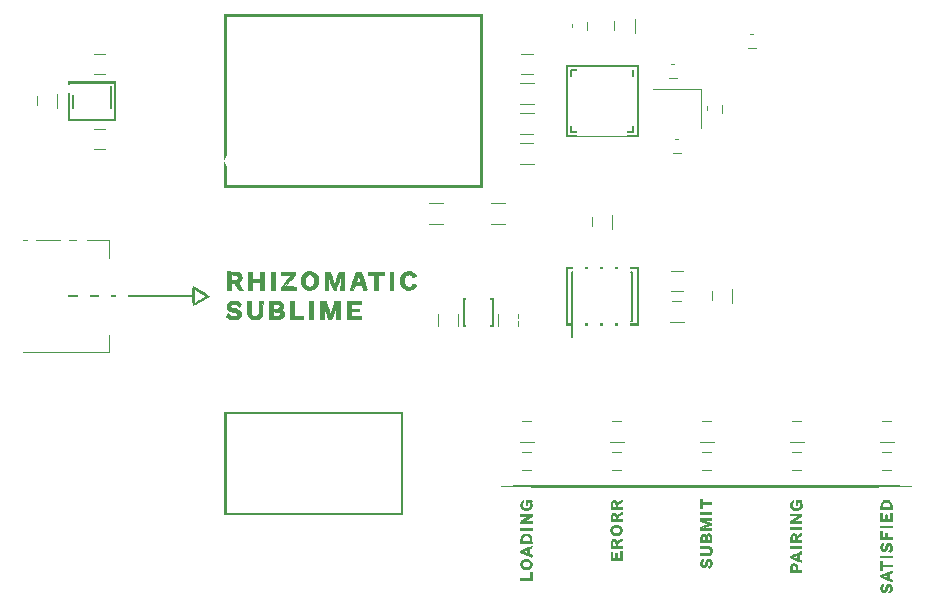
<source format=gbr>
G04 #@! TF.FileFunction,Legend,Top*
%FSLAX46Y46*%
G04 Gerber Fmt 4.6, Leading zero omitted, Abs format (unit mm)*
G04 Created by KiCad (PCBNEW 4.0.7) date 03/27/18 03:46:25*
%MOMM*%
%LPD*%
G01*
G04 APERTURE LIST*
%ADD10C,0.100000*%
%ADD11C,0.120000*%
%ADD12C,0.150000*%
%ADD13C,0.010000*%
%ADD14R,2.400000X2.100000*%
%ADD15R,1.650000X1.900000*%
%ADD16R,1.900000X1.650000*%
%ADD17R,1.150000X1.600000*%
%ADD18R,1.600000X1.150000*%
%ADD19R,1.900000X1.700000*%
%ADD20O,1.800000X1.200000*%
%ADD21R,1.100000X0.700000*%
%ADD22O,1.050000X1.350000*%
%ADD23C,1.050000*%
%ADD24C,2.900000*%
%ADD25R,1.600000X3.100000*%
%ADD26R,1.700000X1.900000*%
%ADD27R,0.650000X1.100000*%
%ADD28R,1.600000X1.040000*%
%ADD29R,1.000000X1.950000*%
%ADD30R,1.100000X0.650000*%
%ADD31R,2.125000X2.125000*%
%ADD32R,1.800000X1.600000*%
%ADD33R,0.800000X1.100000*%
%ADD34C,1.900000*%
%ADD35C,1.000000*%
%ADD36C,0.800000*%
%ADD37C,0.254000*%
G04 APERTURE END LIST*
D10*
D11*
X150373701Y-104103393D02*
X150373701Y-103103393D01*
X148673701Y-103103393D02*
X148673701Y-104103393D01*
X119515000Y-82765000D02*
X120515000Y-82765000D01*
X120515000Y-81065000D02*
X119515000Y-81065000D01*
X155453701Y-104123393D02*
X155453701Y-103123393D01*
X153753701Y-103123393D02*
X153753701Y-104123393D01*
X119515000Y-89115000D02*
X120515000Y-89115000D01*
X120515000Y-87415000D02*
X119515000Y-87415000D01*
X172685000Y-85375000D02*
X172685000Y-86075000D01*
X171485000Y-86075000D02*
X171485000Y-85375000D01*
X168560000Y-88300000D02*
X169260000Y-88300000D01*
X169260000Y-89500000D02*
X168560000Y-89500000D01*
X169410000Y-99480000D02*
X168410000Y-99480000D01*
X168410000Y-101180000D02*
X169410000Y-101180000D01*
X168940000Y-83150000D02*
X168240000Y-83150000D01*
X168240000Y-81950000D02*
X168940000Y-81950000D01*
X175610000Y-80610000D02*
X174910000Y-80610000D01*
X174910000Y-79410000D02*
X175610000Y-79410000D01*
X155710000Y-82765000D02*
X156710000Y-82765000D01*
X156710000Y-81065000D02*
X155710000Y-81065000D01*
X160055000Y-79090000D02*
X160055000Y-78390000D01*
X161255000Y-78390000D02*
X161255000Y-79090000D01*
X157210000Y-116320000D02*
X154010000Y-116320000D01*
X154010000Y-114820000D02*
X157210000Y-114820000D01*
X154010000Y-114820000D02*
X154010000Y-116320000D01*
X164830000Y-116320000D02*
X161630000Y-116320000D01*
X161630000Y-114820000D02*
X164830000Y-114820000D01*
X161630000Y-114820000D02*
X161630000Y-116320000D01*
X172450000Y-116320000D02*
X169250000Y-116320000D01*
X169250000Y-114820000D02*
X172450000Y-114820000D01*
X169250000Y-114820000D02*
X169250000Y-116320000D01*
X180070000Y-116320000D02*
X176870000Y-116320000D01*
X176870000Y-114820000D02*
X180070000Y-114820000D01*
X176870000Y-114820000D02*
X176870000Y-116320000D01*
X187690000Y-116320000D02*
X184490000Y-116320000D01*
X184490000Y-114820000D02*
X187690000Y-114820000D01*
X184490000Y-114820000D02*
X184490000Y-116320000D01*
X120795000Y-104850000D02*
X120795000Y-106350000D01*
X120795000Y-106350000D02*
X113535000Y-106350000D01*
X120795000Y-96850000D02*
X113535000Y-96850000D01*
X120795000Y-96850000D02*
X120795000Y-98350000D01*
X116450000Y-84490000D02*
X116450000Y-85690000D01*
X114690000Y-85690000D02*
X114690000Y-84490000D01*
X147910000Y-93735000D02*
X149110000Y-93735000D01*
X149110000Y-95495000D02*
X147910000Y-95495000D01*
X154350000Y-95495000D02*
X153150000Y-95495000D01*
X153150000Y-93735000D02*
X154350000Y-93735000D01*
X168310000Y-101990000D02*
X169510000Y-101990000D01*
X169510000Y-103750000D02*
X168310000Y-103750000D01*
X173600000Y-101000000D02*
X173600000Y-102200000D01*
X171840000Y-102200000D02*
X171840000Y-101000000D01*
X163585000Y-79340000D02*
X163585000Y-78140000D01*
X165345000Y-78140000D02*
X165345000Y-79340000D01*
X163440000Y-94730000D02*
X163440000Y-95930000D01*
X161680000Y-95930000D02*
X161680000Y-94730000D01*
X156810000Y-113910000D02*
X155610000Y-113910000D01*
X155610000Y-112150000D02*
X156810000Y-112150000D01*
X164430000Y-113910000D02*
X163230000Y-113910000D01*
X163230000Y-112150000D02*
X164430000Y-112150000D01*
X172050000Y-113910000D02*
X170850000Y-113910000D01*
X170850000Y-112150000D02*
X172050000Y-112150000D01*
X179670000Y-113910000D02*
X178470000Y-113910000D01*
X178470000Y-112150000D02*
X179670000Y-112150000D01*
X187290000Y-113910000D02*
X186090000Y-113910000D01*
X186090000Y-112150000D02*
X187290000Y-112150000D01*
X155610000Y-86115000D02*
X156810000Y-86115000D01*
X156810000Y-87875000D02*
X155610000Y-87875000D01*
X155610000Y-88655000D02*
X156810000Y-88655000D01*
X156810000Y-90415000D02*
X155610000Y-90415000D01*
X155610000Y-83575000D02*
X156810000Y-83575000D01*
X156810000Y-85335000D02*
X155610000Y-85335000D01*
D12*
X117755000Y-84542881D02*
X117755000Y-85692881D01*
X121005000Y-83767881D02*
X121005000Y-85692881D01*
X159985000Y-103675000D02*
X160035000Y-103675000D01*
X159985000Y-99525000D02*
X160130000Y-99525000D01*
X165135000Y-99525000D02*
X164990000Y-99525000D01*
X165135000Y-103675000D02*
X164990000Y-103675000D01*
X159985000Y-103675000D02*
X159985000Y-99525000D01*
X165135000Y-103675000D02*
X165135000Y-99525000D01*
X160035000Y-103675000D02*
X160035000Y-105075000D01*
X165185000Y-87715000D02*
X164660000Y-87715000D01*
X159935000Y-82465000D02*
X160460000Y-82465000D01*
X159935000Y-87715000D02*
X160460000Y-87715000D01*
X165185000Y-82465000D02*
X165185000Y-82990000D01*
X159935000Y-82465000D02*
X159935000Y-82990000D01*
X159935000Y-87715000D02*
X159935000Y-87190000D01*
X165185000Y-87715000D02*
X165185000Y-87190000D01*
D11*
X170910000Y-87375000D02*
X170910000Y-84075000D01*
X170910000Y-84075000D02*
X166910000Y-84075000D01*
D13*
G36*
X186935962Y-125979247D02*
X187013440Y-126040431D01*
X187068815Y-126131090D01*
X187099440Y-126241964D01*
X187102671Y-126363797D01*
X187075863Y-126487330D01*
X187021560Y-126595769D01*
X186962226Y-126665558D01*
X186908517Y-126686845D01*
X186855865Y-126660944D01*
X186842434Y-126647364D01*
X186813953Y-126609999D01*
X186821621Y-126590965D01*
X186837496Y-126583713D01*
X186885839Y-126544332D01*
X186932372Y-126474179D01*
X186966571Y-126392581D01*
X186978109Y-126325463D01*
X186962389Y-126221466D01*
X186918780Y-126151892D01*
X186851295Y-126122614D01*
X186839045Y-126122060D01*
X186796957Y-126128377D01*
X186763809Y-126152673D01*
X186734994Y-126202964D01*
X186705903Y-126287267D01*
X186672303Y-126412113D01*
X186626939Y-126522691D01*
X186557956Y-126608266D01*
X186475010Y-126659024D01*
X186419913Y-126668706D01*
X186304773Y-126646741D01*
X186213744Y-126586122D01*
X186150511Y-126494763D01*
X186118760Y-126380579D01*
X186122175Y-126251484D01*
X186163362Y-126117755D01*
X186217491Y-126024710D01*
X186272630Y-125979911D01*
X186327058Y-125984334D01*
X186356292Y-126008349D01*
X186383780Y-126044034D01*
X186380813Y-126072119D01*
X186343756Y-126111721D01*
X186335096Y-126119778D01*
X186274560Y-126200910D01*
X186246810Y-126292731D01*
X186251248Y-126382321D01*
X186287275Y-126456761D01*
X186352824Y-126502620D01*
X186410351Y-126514588D01*
X186451033Y-126493060D01*
X186470687Y-126470855D01*
X186503353Y-126412136D01*
X186533500Y-126328316D01*
X186544307Y-126285762D01*
X186583544Y-126143424D01*
X186633377Y-126045658D01*
X186699191Y-125986453D01*
X186786372Y-125959796D01*
X186839023Y-125956795D01*
X186935962Y-125979247D01*
X186935962Y-125979247D01*
G37*
X186935962Y-125979247D02*
X187013440Y-126040431D01*
X187068815Y-126131090D01*
X187099440Y-126241964D01*
X187102671Y-126363797D01*
X187075863Y-126487330D01*
X187021560Y-126595769D01*
X186962226Y-126665558D01*
X186908517Y-126686845D01*
X186855865Y-126660944D01*
X186842434Y-126647364D01*
X186813953Y-126609999D01*
X186821621Y-126590965D01*
X186837496Y-126583713D01*
X186885839Y-126544332D01*
X186932372Y-126474179D01*
X186966571Y-126392581D01*
X186978109Y-126325463D01*
X186962389Y-126221466D01*
X186918780Y-126151892D01*
X186851295Y-126122614D01*
X186839045Y-126122060D01*
X186796957Y-126128377D01*
X186763809Y-126152673D01*
X186734994Y-126202964D01*
X186705903Y-126287267D01*
X186672303Y-126412113D01*
X186626939Y-126522691D01*
X186557956Y-126608266D01*
X186475010Y-126659024D01*
X186419913Y-126668706D01*
X186304773Y-126646741D01*
X186213744Y-126586122D01*
X186150511Y-126494763D01*
X186118760Y-126380579D01*
X186122175Y-126251484D01*
X186163362Y-126117755D01*
X186217491Y-126024710D01*
X186272630Y-125979911D01*
X186327058Y-125984334D01*
X186356292Y-126008349D01*
X186383780Y-126044034D01*
X186380813Y-126072119D01*
X186343756Y-126111721D01*
X186335096Y-126119778D01*
X186274560Y-126200910D01*
X186246810Y-126292731D01*
X186251248Y-126382321D01*
X186287275Y-126456761D01*
X186352824Y-126502620D01*
X186410351Y-126514588D01*
X186451033Y-126493060D01*
X186470687Y-126470855D01*
X186503353Y-126412136D01*
X186533500Y-126328316D01*
X186544307Y-126285762D01*
X186583544Y-126143424D01*
X186633377Y-126045658D01*
X186699191Y-125986453D01*
X186786372Y-125959796D01*
X186839023Y-125956795D01*
X186935962Y-125979247D01*
G36*
X187080281Y-124925135D02*
X187075884Y-124975611D01*
X187054209Y-125006572D01*
X187002525Y-125030605D01*
X186959510Y-125044560D01*
X186838739Y-125081995D01*
X186824085Y-125491985D01*
X186941785Y-125524939D01*
X187026603Y-125555525D01*
X187069440Y-125592860D01*
X187079081Y-125646639D01*
X187075935Y-125673005D01*
X187069988Y-125689325D01*
X187054571Y-125697253D01*
X187023381Y-125695151D01*
X186970118Y-125681380D01*
X186888478Y-125654300D01*
X186772159Y-125612273D01*
X186614861Y-125553659D01*
X186609910Y-125551803D01*
X186152253Y-125380161D01*
X186144957Y-125294885D01*
X186291858Y-125294885D01*
X186292092Y-125295171D01*
X186320626Y-125304238D01*
X186383456Y-125326228D01*
X186467174Y-125356446D01*
X186470070Y-125357504D01*
X186575897Y-125395460D01*
X186642733Y-125413562D01*
X186679533Y-125408895D01*
X186695254Y-125378545D01*
X186698850Y-125319596D01*
X186698899Y-125283021D01*
X186697620Y-125206415D01*
X186694321Y-125155622D01*
X186691124Y-125143181D01*
X186664071Y-125151191D01*
X186605522Y-125171945D01*
X186528377Y-125200528D01*
X186445538Y-125232028D01*
X186369904Y-125261530D01*
X186314377Y-125284120D01*
X186291858Y-125294885D01*
X186144957Y-125294885D01*
X186144525Y-125289843D01*
X186140709Y-125263314D01*
X186137847Y-125242560D01*
X186141040Y-125224905D01*
X186155390Y-125207674D01*
X186185999Y-125188194D01*
X186237967Y-125163789D01*
X186316397Y-125131785D01*
X186426389Y-125089507D01*
X186573045Y-125034281D01*
X186761467Y-124963432D01*
X186781532Y-124955864D01*
X187080281Y-124843144D01*
X187080281Y-124925135D01*
X187080281Y-124925135D01*
G37*
X187080281Y-124925135D02*
X187075884Y-124975611D01*
X187054209Y-125006572D01*
X187002525Y-125030605D01*
X186959510Y-125044560D01*
X186838739Y-125081995D01*
X186824085Y-125491985D01*
X186941785Y-125524939D01*
X187026603Y-125555525D01*
X187069440Y-125592860D01*
X187079081Y-125646639D01*
X187075935Y-125673005D01*
X187069988Y-125689325D01*
X187054571Y-125697253D01*
X187023381Y-125695151D01*
X186970118Y-125681380D01*
X186888478Y-125654300D01*
X186772159Y-125612273D01*
X186614861Y-125553659D01*
X186609910Y-125551803D01*
X186152253Y-125380161D01*
X186144957Y-125294885D01*
X186291858Y-125294885D01*
X186292092Y-125295171D01*
X186320626Y-125304238D01*
X186383456Y-125326228D01*
X186467174Y-125356446D01*
X186470070Y-125357504D01*
X186575897Y-125395460D01*
X186642733Y-125413562D01*
X186679533Y-125408895D01*
X186695254Y-125378545D01*
X186698850Y-125319596D01*
X186698899Y-125283021D01*
X186697620Y-125206415D01*
X186694321Y-125155622D01*
X186691124Y-125143181D01*
X186664071Y-125151191D01*
X186605522Y-125171945D01*
X186528377Y-125200528D01*
X186445538Y-125232028D01*
X186369904Y-125261530D01*
X186314377Y-125284120D01*
X186291858Y-125294885D01*
X186144957Y-125294885D01*
X186144525Y-125289843D01*
X186140709Y-125263314D01*
X186137847Y-125242560D01*
X186141040Y-125224905D01*
X186155390Y-125207674D01*
X186185999Y-125188194D01*
X186237967Y-125163789D01*
X186316397Y-125131785D01*
X186426389Y-125089507D01*
X186573045Y-125034281D01*
X186761467Y-124963432D01*
X186781532Y-124955864D01*
X187080281Y-124843144D01*
X187080281Y-124925135D01*
G36*
X156595196Y-125600839D02*
X155654455Y-125600839D01*
X155654455Y-125448286D01*
X156468068Y-125448286D01*
X156468068Y-125194032D01*
X156468455Y-125078649D01*
X156471163Y-125004833D01*
X156478513Y-124963300D01*
X156492826Y-124944766D01*
X156516423Y-124939946D01*
X156531632Y-124939778D01*
X156595196Y-124939778D01*
X156595196Y-125600839D01*
X156595196Y-125600839D01*
G37*
X156595196Y-125600839D02*
X155654455Y-125600839D01*
X155654455Y-125448286D01*
X156468068Y-125448286D01*
X156468068Y-125194032D01*
X156468455Y-125078649D01*
X156471163Y-125004833D01*
X156478513Y-124963300D01*
X156492826Y-124944766D01*
X156516423Y-124939946D01*
X156531632Y-124939778D01*
X156595196Y-124939778D01*
X156595196Y-125600839D01*
G36*
X178921360Y-124248700D02*
X179009079Y-124310722D01*
X179066925Y-124413206D01*
X179094358Y-124555429D01*
X179096697Y-124621143D01*
X179096697Y-124761800D01*
X179452653Y-124761800D01*
X179452653Y-124914352D01*
X178511912Y-124914352D01*
X178511912Y-124697419D01*
X178516102Y-124621960D01*
X178639039Y-124621960D01*
X178639039Y-124761800D01*
X178969570Y-124761800D01*
X178969570Y-124627617D01*
X178956622Y-124503591D01*
X178917471Y-124422680D01*
X178851657Y-124384145D01*
X178815576Y-124380418D01*
X178727953Y-124399869D01*
X178670477Y-124458948D01*
X178642350Y-124558746D01*
X178639039Y-124621960D01*
X178516102Y-124621960D01*
X178521630Y-124522428D01*
X178552176Y-124391354D01*
X178605639Y-124300843D01*
X178684109Y-124247538D01*
X178789675Y-124228084D01*
X178804305Y-124227866D01*
X178921360Y-124248700D01*
X178921360Y-124248700D01*
G37*
X178921360Y-124248700D02*
X179009079Y-124310722D01*
X179066925Y-124413206D01*
X179094358Y-124555429D01*
X179096697Y-124621143D01*
X179096697Y-124761800D01*
X179452653Y-124761800D01*
X179452653Y-124914352D01*
X178511912Y-124914352D01*
X178511912Y-124697419D01*
X178516102Y-124621960D01*
X178639039Y-124621960D01*
X178639039Y-124761800D01*
X178969570Y-124761800D01*
X178969570Y-124627617D01*
X178956622Y-124503591D01*
X178917471Y-124422680D01*
X178851657Y-124384145D01*
X178815576Y-124380418D01*
X178727953Y-124399869D01*
X178670477Y-124458948D01*
X178642350Y-124558746D01*
X178639039Y-124621960D01*
X178516102Y-124621960D01*
X178521630Y-124522428D01*
X178552176Y-124391354D01*
X178605639Y-124300843D01*
X178684109Y-124247538D01*
X178789675Y-124228084D01*
X178804305Y-124227866D01*
X178921360Y-124248700D01*
G36*
X186238331Y-124027692D02*
X186257351Y-124045343D01*
X186265137Y-124089355D01*
X186266666Y-124171668D01*
X186266667Y-124177015D01*
X186266667Y-124329567D01*
X187080281Y-124329567D01*
X187080281Y-124482120D01*
X186266667Y-124482120D01*
X186266667Y-124634672D01*
X186265321Y-124719219D01*
X186257967Y-124764866D01*
X186239629Y-124783553D01*
X186205331Y-124787222D01*
X186203103Y-124787225D01*
X186139540Y-124787225D01*
X186139540Y-124024462D01*
X186203103Y-124024462D01*
X186238331Y-124027692D01*
X186238331Y-124027692D01*
G37*
X186238331Y-124027692D02*
X186257351Y-124045343D01*
X186265137Y-124089355D01*
X186266666Y-124171668D01*
X186266667Y-124177015D01*
X186266667Y-124329567D01*
X187080281Y-124329567D01*
X187080281Y-124482120D01*
X186266667Y-124482120D01*
X186266667Y-124634672D01*
X186265321Y-124719219D01*
X186257967Y-124764866D01*
X186239629Y-124783553D01*
X186205331Y-124787222D01*
X186203103Y-124787225D01*
X186139540Y-124787225D01*
X186139540Y-124024462D01*
X186203103Y-124024462D01*
X186238331Y-124027692D01*
G36*
X156286681Y-123872346D02*
X156410950Y-123913957D01*
X156504203Y-123987275D01*
X156563414Y-124075817D01*
X156598362Y-124163287D01*
X156618600Y-124250845D01*
X156620621Y-124278716D01*
X156608755Y-124357530D01*
X156578878Y-124449026D01*
X156563414Y-124483089D01*
X156480357Y-124594772D01*
X156362776Y-124669305D01*
X156211111Y-124706458D01*
X156124825Y-124710949D01*
X155983681Y-124698357D01*
X155863849Y-124657194D01*
X155856889Y-124653741D01*
X155752726Y-124574754D01*
X155675119Y-124463419D01*
X155633506Y-124335274D01*
X155629029Y-124278716D01*
X155756156Y-124278716D01*
X155778110Y-124371975D01*
X155834624Y-124459092D01*
X155911680Y-124518898D01*
X155916711Y-124521182D01*
X156027041Y-124549707D01*
X156156908Y-124555260D01*
X156280450Y-124537775D01*
X156327357Y-124522261D01*
X156418794Y-124461046D01*
X156472753Y-124377123D01*
X156489502Y-124281854D01*
X156469308Y-124186605D01*
X156412440Y-124102740D01*
X156319166Y-124041622D01*
X156315978Y-124040326D01*
X156183904Y-124006310D01*
X156055475Y-124006509D01*
X155939591Y-124037136D01*
X155845153Y-124094399D01*
X155781059Y-124174509D01*
X155756209Y-124273677D01*
X155756156Y-124278716D01*
X155629029Y-124278716D01*
X155641025Y-124199690D01*
X155671189Y-124108481D01*
X155686237Y-124075817D01*
X155758501Y-123973334D01*
X155856257Y-123905286D01*
X155986076Y-123868428D01*
X156124825Y-123859197D01*
X156286681Y-123872346D01*
X156286681Y-123872346D01*
G37*
X156286681Y-123872346D02*
X156410950Y-123913957D01*
X156504203Y-123987275D01*
X156563414Y-124075817D01*
X156598362Y-124163287D01*
X156618600Y-124250845D01*
X156620621Y-124278716D01*
X156608755Y-124357530D01*
X156578878Y-124449026D01*
X156563414Y-124483089D01*
X156480357Y-124594772D01*
X156362776Y-124669305D01*
X156211111Y-124706458D01*
X156124825Y-124710949D01*
X155983681Y-124698357D01*
X155863849Y-124657194D01*
X155856889Y-124653741D01*
X155752726Y-124574754D01*
X155675119Y-124463419D01*
X155633506Y-124335274D01*
X155629029Y-124278716D01*
X155756156Y-124278716D01*
X155778110Y-124371975D01*
X155834624Y-124459092D01*
X155911680Y-124518898D01*
X155916711Y-124521182D01*
X156027041Y-124549707D01*
X156156908Y-124555260D01*
X156280450Y-124537775D01*
X156327357Y-124522261D01*
X156418794Y-124461046D01*
X156472753Y-124377123D01*
X156489502Y-124281854D01*
X156469308Y-124186605D01*
X156412440Y-124102740D01*
X156319166Y-124041622D01*
X156315978Y-124040326D01*
X156183904Y-124006310D01*
X156055475Y-124006509D01*
X155939591Y-124037136D01*
X155845153Y-124094399D01*
X155781059Y-124174509D01*
X155756209Y-124273677D01*
X155756156Y-124278716D01*
X155629029Y-124278716D01*
X155641025Y-124199690D01*
X155671189Y-124108481D01*
X155686237Y-124075817D01*
X155758501Y-123973334D01*
X155856257Y-123905286D01*
X155986076Y-123868428D01*
X156124825Y-123859197D01*
X156286681Y-123872346D01*
G36*
X171680706Y-123868936D02*
X171758185Y-123930121D01*
X171813559Y-124020779D01*
X171844185Y-124131654D01*
X171847416Y-124253487D01*
X171820608Y-124377020D01*
X171766305Y-124485459D01*
X171706971Y-124555248D01*
X171653262Y-124576535D01*
X171600609Y-124550634D01*
X171587179Y-124537053D01*
X171558697Y-124499689D01*
X171566366Y-124480655D01*
X171582241Y-124473402D01*
X171630584Y-124434022D01*
X171677116Y-124363869D01*
X171711316Y-124282271D01*
X171722854Y-124215153D01*
X171707134Y-124111155D01*
X171663525Y-124041582D01*
X171596040Y-124012303D01*
X171583790Y-124011749D01*
X171541701Y-124018067D01*
X171508554Y-124042362D01*
X171479739Y-124092653D01*
X171450648Y-124176956D01*
X171417048Y-124301803D01*
X171371684Y-124412380D01*
X171302701Y-124497956D01*
X171219755Y-124548714D01*
X171164657Y-124558396D01*
X171049518Y-124536431D01*
X170958489Y-124475812D01*
X170895256Y-124384453D01*
X170863504Y-124270269D01*
X170866919Y-124141174D01*
X170908107Y-124007444D01*
X170962236Y-123914399D01*
X171017375Y-123869601D01*
X171071803Y-123874024D01*
X171101037Y-123898038D01*
X171128525Y-123933724D01*
X171125558Y-123961808D01*
X171088501Y-124001411D01*
X171079840Y-124009468D01*
X171019305Y-124090599D01*
X170991555Y-124182421D01*
X170995992Y-124272011D01*
X171032020Y-124346450D01*
X171097569Y-124392310D01*
X171155096Y-124404278D01*
X171195778Y-124382750D01*
X171215432Y-124360545D01*
X171248098Y-124301825D01*
X171278245Y-124218006D01*
X171289051Y-124175452D01*
X171328289Y-124033114D01*
X171378122Y-123935348D01*
X171443936Y-123876142D01*
X171531117Y-123849486D01*
X171583768Y-123846484D01*
X171680706Y-123868936D01*
X171680706Y-123868936D01*
G37*
X171680706Y-123868936D02*
X171758185Y-123930121D01*
X171813559Y-124020779D01*
X171844185Y-124131654D01*
X171847416Y-124253487D01*
X171820608Y-124377020D01*
X171766305Y-124485459D01*
X171706971Y-124555248D01*
X171653262Y-124576535D01*
X171600609Y-124550634D01*
X171587179Y-124537053D01*
X171558697Y-124499689D01*
X171566366Y-124480655D01*
X171582241Y-124473402D01*
X171630584Y-124434022D01*
X171677116Y-124363869D01*
X171711316Y-124282271D01*
X171722854Y-124215153D01*
X171707134Y-124111155D01*
X171663525Y-124041582D01*
X171596040Y-124012303D01*
X171583790Y-124011749D01*
X171541701Y-124018067D01*
X171508554Y-124042362D01*
X171479739Y-124092653D01*
X171450648Y-124176956D01*
X171417048Y-124301803D01*
X171371684Y-124412380D01*
X171302701Y-124497956D01*
X171219755Y-124548714D01*
X171164657Y-124558396D01*
X171049518Y-124536431D01*
X170958489Y-124475812D01*
X170895256Y-124384453D01*
X170863504Y-124270269D01*
X170866919Y-124141174D01*
X170908107Y-124007444D01*
X170962236Y-123914399D01*
X171017375Y-123869601D01*
X171071803Y-123874024D01*
X171101037Y-123898038D01*
X171128525Y-123933724D01*
X171125558Y-123961808D01*
X171088501Y-124001411D01*
X171079840Y-124009468D01*
X171019305Y-124090599D01*
X170991555Y-124182421D01*
X170995992Y-124272011D01*
X171032020Y-124346450D01*
X171097569Y-124392310D01*
X171155096Y-124404278D01*
X171195778Y-124382750D01*
X171215432Y-124360545D01*
X171248098Y-124301825D01*
X171278245Y-124218006D01*
X171289051Y-124175452D01*
X171328289Y-124033114D01*
X171378122Y-123935348D01*
X171443936Y-123876142D01*
X171531117Y-123849486D01*
X171583768Y-123846484D01*
X171680706Y-123868936D01*
G36*
X179452653Y-123297908D02*
X179448256Y-123348384D01*
X179426581Y-123379345D01*
X179374898Y-123403378D01*
X179331882Y-123417333D01*
X179211111Y-123454768D01*
X179203785Y-123659763D01*
X179196458Y-123864758D01*
X179314157Y-123897711D01*
X179398975Y-123928298D01*
X179441812Y-123965633D01*
X179451454Y-124019412D01*
X179448307Y-124045778D01*
X179442360Y-124062098D01*
X179426943Y-124070026D01*
X179395754Y-124067924D01*
X179342490Y-124054153D01*
X179260850Y-124027073D01*
X179144532Y-123985046D01*
X178987233Y-123926432D01*
X178982283Y-123924576D01*
X178524625Y-123752934D01*
X178517330Y-123667658D01*
X178664230Y-123667658D01*
X178664465Y-123667944D01*
X178692999Y-123677011D01*
X178755828Y-123699000D01*
X178839547Y-123729219D01*
X178842443Y-123730277D01*
X178948270Y-123768233D01*
X179015105Y-123786335D01*
X179051906Y-123781668D01*
X179067626Y-123751318D01*
X179071223Y-123692369D01*
X179071272Y-123655794D01*
X179069993Y-123579188D01*
X179066693Y-123528395D01*
X179063496Y-123515954D01*
X179036444Y-123523964D01*
X178977895Y-123544717D01*
X178900750Y-123573301D01*
X178817910Y-123604801D01*
X178742276Y-123634303D01*
X178686749Y-123656893D01*
X178664230Y-123667658D01*
X178517330Y-123667658D01*
X178516898Y-123662616D01*
X178513081Y-123636087D01*
X178510219Y-123615333D01*
X178513412Y-123597677D01*
X178527762Y-123580447D01*
X178558371Y-123560967D01*
X178610340Y-123536562D01*
X178688769Y-123504558D01*
X178798761Y-123462280D01*
X178945418Y-123407054D01*
X179133839Y-123336204D01*
X179153904Y-123328637D01*
X179452653Y-123215917D01*
X179452653Y-123297908D01*
X179452653Y-123297908D01*
G37*
X179452653Y-123297908D02*
X179448256Y-123348384D01*
X179426581Y-123379345D01*
X179374898Y-123403378D01*
X179331882Y-123417333D01*
X179211111Y-123454768D01*
X179203785Y-123659763D01*
X179196458Y-123864758D01*
X179314157Y-123897711D01*
X179398975Y-123928298D01*
X179441812Y-123965633D01*
X179451454Y-124019412D01*
X179448307Y-124045778D01*
X179442360Y-124062098D01*
X179426943Y-124070026D01*
X179395754Y-124067924D01*
X179342490Y-124054153D01*
X179260850Y-124027073D01*
X179144532Y-123985046D01*
X178987233Y-123926432D01*
X178982283Y-123924576D01*
X178524625Y-123752934D01*
X178517330Y-123667658D01*
X178664230Y-123667658D01*
X178664465Y-123667944D01*
X178692999Y-123677011D01*
X178755828Y-123699000D01*
X178839547Y-123729219D01*
X178842443Y-123730277D01*
X178948270Y-123768233D01*
X179015105Y-123786335D01*
X179051906Y-123781668D01*
X179067626Y-123751318D01*
X179071223Y-123692369D01*
X179071272Y-123655794D01*
X179069993Y-123579188D01*
X179066693Y-123528395D01*
X179063496Y-123515954D01*
X179036444Y-123523964D01*
X178977895Y-123544717D01*
X178900750Y-123573301D01*
X178817910Y-123604801D01*
X178742276Y-123634303D01*
X178686749Y-123656893D01*
X178664230Y-123667658D01*
X178517330Y-123667658D01*
X178516898Y-123662616D01*
X178513081Y-123636087D01*
X178510219Y-123615333D01*
X178513412Y-123597677D01*
X178527762Y-123580447D01*
X178558371Y-123560967D01*
X178610340Y-123536562D01*
X178688769Y-123504558D01*
X178798761Y-123462280D01*
X178945418Y-123407054D01*
X179133839Y-123336204D01*
X179153904Y-123328637D01*
X179452653Y-123215917D01*
X179452653Y-123297908D01*
G36*
X164222823Y-123897335D02*
X163282082Y-123897335D01*
X163282082Y-123236274D01*
X163345646Y-123236274D01*
X163374492Y-123237821D01*
X163392946Y-123248653D01*
X163403329Y-123278052D01*
X163407963Y-123335304D01*
X163409168Y-123429692D01*
X163409210Y-123490528D01*
X163409210Y-123744783D01*
X163688889Y-123744783D01*
X163688889Y-123541379D01*
X163689567Y-123440499D01*
X163693760Y-123380095D01*
X163704712Y-123349790D01*
X163725665Y-123339210D01*
X163752453Y-123337976D01*
X163783978Y-123340143D01*
X163802854Y-123353563D01*
X163812324Y-123388609D01*
X163815631Y-123455657D01*
X163816016Y-123541379D01*
X163816016Y-123744783D01*
X164095696Y-123744783D01*
X164095696Y-123210849D01*
X164222823Y-123210849D01*
X164222823Y-123897335D01*
X164222823Y-123897335D01*
G37*
X164222823Y-123897335D02*
X163282082Y-123897335D01*
X163282082Y-123236274D01*
X163345646Y-123236274D01*
X163374492Y-123237821D01*
X163392946Y-123248653D01*
X163403329Y-123278052D01*
X163407963Y-123335304D01*
X163409168Y-123429692D01*
X163409210Y-123490528D01*
X163409210Y-123744783D01*
X163688889Y-123744783D01*
X163688889Y-123541379D01*
X163689567Y-123440499D01*
X163693760Y-123380095D01*
X163704712Y-123349790D01*
X163725665Y-123339210D01*
X163752453Y-123337976D01*
X163783978Y-123340143D01*
X163802854Y-123353563D01*
X163812324Y-123388609D01*
X163815631Y-123455657D01*
X163816016Y-123541379D01*
X163816016Y-123744783D01*
X164095696Y-123744783D01*
X164095696Y-123210849D01*
X164222823Y-123210849D01*
X164222823Y-123897335D01*
G36*
X187080281Y-123719357D02*
X186139540Y-123719357D01*
X186139540Y-123566805D01*
X187080281Y-123566805D01*
X187080281Y-123719357D01*
X187080281Y-123719357D01*
G37*
X187080281Y-123719357D02*
X186139540Y-123719357D01*
X186139540Y-123566805D01*
X187080281Y-123566805D01*
X187080281Y-123719357D01*
G36*
X156590447Y-122832747D02*
X156578276Y-122884956D01*
X156545755Y-122920219D01*
X156479240Y-122952364D01*
X156468068Y-122956769D01*
X156353654Y-123001329D01*
X156353654Y-123399019D01*
X156474425Y-123436525D01*
X156546663Y-123461844D01*
X156582347Y-123487523D01*
X156594210Y-123526430D01*
X156595196Y-123558556D01*
X156593528Y-123614834D01*
X156589451Y-123640470D01*
X156588839Y-123640625D01*
X156564090Y-123631082D01*
X156501204Y-123606838D01*
X156409493Y-123571483D01*
X156298269Y-123528606D01*
X156290090Y-123525454D01*
X156156076Y-123473891D01*
X156019669Y-123421574D01*
X155898649Y-123375314D01*
X155824705Y-123347185D01*
X155735763Y-123312512D01*
X155684678Y-123286587D01*
X155661717Y-123260234D01*
X155657150Y-123224280D01*
X155658697Y-123202043D01*
X155815152Y-123202043D01*
X155842043Y-123214380D01*
X155902505Y-123237517D01*
X155981837Y-123266266D01*
X156065339Y-123295434D01*
X156138313Y-123319831D01*
X156186057Y-123334266D01*
X156194745Y-123336083D01*
X156205176Y-123314187D01*
X156212102Y-123255708D01*
X156213814Y-123198136D01*
X156211336Y-123121537D01*
X156204943Y-123070744D01*
X156198746Y-123058296D01*
X156165144Y-123066258D01*
X156102253Y-123086798D01*
X156023465Y-123114897D01*
X155942174Y-123145536D01*
X155871772Y-123173696D01*
X155825653Y-123194359D01*
X155815152Y-123202043D01*
X155658697Y-123202043D01*
X155659440Y-123191367D01*
X155661010Y-123165480D01*
X155664057Y-123144278D01*
X155673547Y-123125317D01*
X155694446Y-123106153D01*
X155731720Y-123084341D01*
X155790333Y-123057437D01*
X155875253Y-123022996D01*
X155991445Y-122978574D01*
X156143874Y-122921726D01*
X156337507Y-122850008D01*
X156399756Y-122826940D01*
X156598410Y-122753285D01*
X156590447Y-122832747D01*
X156590447Y-122832747D01*
G37*
X156590447Y-122832747D02*
X156578276Y-122884956D01*
X156545755Y-122920219D01*
X156479240Y-122952364D01*
X156468068Y-122956769D01*
X156353654Y-123001329D01*
X156353654Y-123399019D01*
X156474425Y-123436525D01*
X156546663Y-123461844D01*
X156582347Y-123487523D01*
X156594210Y-123526430D01*
X156595196Y-123558556D01*
X156593528Y-123614834D01*
X156589451Y-123640470D01*
X156588839Y-123640625D01*
X156564090Y-123631082D01*
X156501204Y-123606838D01*
X156409493Y-123571483D01*
X156298269Y-123528606D01*
X156290090Y-123525454D01*
X156156076Y-123473891D01*
X156019669Y-123421574D01*
X155898649Y-123375314D01*
X155824705Y-123347185D01*
X155735763Y-123312512D01*
X155684678Y-123286587D01*
X155661717Y-123260234D01*
X155657150Y-123224280D01*
X155658697Y-123202043D01*
X155815152Y-123202043D01*
X155842043Y-123214380D01*
X155902505Y-123237517D01*
X155981837Y-123266266D01*
X156065339Y-123295434D01*
X156138313Y-123319831D01*
X156186057Y-123334266D01*
X156194745Y-123336083D01*
X156205176Y-123314187D01*
X156212102Y-123255708D01*
X156213814Y-123198136D01*
X156211336Y-123121537D01*
X156204943Y-123070744D01*
X156198746Y-123058296D01*
X156165144Y-123066258D01*
X156102253Y-123086798D01*
X156023465Y-123114897D01*
X155942174Y-123145536D01*
X155871772Y-123173696D01*
X155825653Y-123194359D01*
X155815152Y-123202043D01*
X155658697Y-123202043D01*
X155659440Y-123191367D01*
X155661010Y-123165480D01*
X155664057Y-123144278D01*
X155673547Y-123125317D01*
X155694446Y-123106153D01*
X155731720Y-123084341D01*
X155790333Y-123057437D01*
X155875253Y-123022996D01*
X155991445Y-122978574D01*
X156143874Y-122921726D01*
X156337507Y-122850008D01*
X156399756Y-122826940D01*
X156598410Y-122753285D01*
X156590447Y-122832747D01*
G36*
X171233884Y-122753230D02*
X171409932Y-122756077D01*
X171543172Y-122766193D01*
X171641416Y-122786006D01*
X171712475Y-122817949D01*
X171764163Y-122864450D01*
X171804290Y-122927939D01*
X171805917Y-122931169D01*
X171845154Y-123055011D01*
X171847823Y-123183748D01*
X171817022Y-123304835D01*
X171755851Y-123405726D01*
X171672473Y-123471420D01*
X171624502Y-123490371D01*
X171563302Y-123503296D01*
X171479046Y-123511192D01*
X171361904Y-123515055D01*
X171233884Y-123515914D01*
X170884285Y-123515954D01*
X170884285Y-123363401D01*
X171213619Y-123363401D01*
X171376964Y-123361194D01*
X171497298Y-123353310D01*
X171582322Y-123337856D01*
X171639736Y-123312937D01*
X171677240Y-123276661D01*
X171695095Y-123244987D01*
X171719920Y-123142411D01*
X171705148Y-123045429D01*
X171654732Y-122967668D01*
X171604909Y-122933973D01*
X171554733Y-122922720D01*
X171464767Y-122913733D01*
X171346053Y-122907810D01*
X171213619Y-122905743D01*
X170884285Y-122905743D01*
X170884285Y-122753191D01*
X171233884Y-122753230D01*
X171233884Y-122753230D01*
G37*
X171233884Y-122753230D02*
X171409932Y-122756077D01*
X171543172Y-122766193D01*
X171641416Y-122786006D01*
X171712475Y-122817949D01*
X171764163Y-122864450D01*
X171804290Y-122927939D01*
X171805917Y-122931169D01*
X171845154Y-123055011D01*
X171847823Y-123183748D01*
X171817022Y-123304835D01*
X171755851Y-123405726D01*
X171672473Y-123471420D01*
X171624502Y-123490371D01*
X171563302Y-123503296D01*
X171479046Y-123511192D01*
X171361904Y-123515055D01*
X171233884Y-123515914D01*
X170884285Y-123515954D01*
X170884285Y-123363401D01*
X171213619Y-123363401D01*
X171376964Y-123361194D01*
X171497298Y-123353310D01*
X171582322Y-123337856D01*
X171639736Y-123312937D01*
X171677240Y-123276661D01*
X171695095Y-123244987D01*
X171719920Y-123142411D01*
X171705148Y-123045429D01*
X171654732Y-122967668D01*
X171604909Y-122933973D01*
X171554733Y-122922720D01*
X171464767Y-122913733D01*
X171346053Y-122907810D01*
X171213619Y-122905743D01*
X170884285Y-122905743D01*
X170884285Y-122753191D01*
X171233884Y-122753230D01*
G36*
X186935962Y-122521389D02*
X187013440Y-122582573D01*
X187068815Y-122673232D01*
X187099440Y-122784107D01*
X187102671Y-122905939D01*
X187075863Y-123029472D01*
X187021560Y-123137911D01*
X186962226Y-123207701D01*
X186908517Y-123228987D01*
X186855865Y-123203086D01*
X186842434Y-123189506D01*
X186813953Y-123152141D01*
X186821621Y-123133107D01*
X186837496Y-123125855D01*
X186885839Y-123086474D01*
X186932372Y-123016321D01*
X186966571Y-122934723D01*
X186978109Y-122867605D01*
X186962389Y-122763608D01*
X186918780Y-122694035D01*
X186851295Y-122664756D01*
X186839045Y-122664202D01*
X186796957Y-122670519D01*
X186763809Y-122694815D01*
X186734994Y-122745106D01*
X186705903Y-122829409D01*
X186672303Y-122954256D01*
X186626939Y-123064833D01*
X186557956Y-123150409D01*
X186475010Y-123201167D01*
X186419913Y-123210849D01*
X186304773Y-123188883D01*
X186213744Y-123128264D01*
X186150511Y-123036905D01*
X186118760Y-122922721D01*
X186122175Y-122793626D01*
X186163362Y-122659897D01*
X186217491Y-122566852D01*
X186272630Y-122522053D01*
X186327058Y-122526476D01*
X186356292Y-122550491D01*
X186383780Y-122586176D01*
X186380813Y-122614261D01*
X186343756Y-122653863D01*
X186335096Y-122661920D01*
X186274560Y-122743052D01*
X186246810Y-122834873D01*
X186251248Y-122924464D01*
X186287275Y-122998903D01*
X186352824Y-123044762D01*
X186410351Y-123056730D01*
X186451033Y-123035203D01*
X186470687Y-123012997D01*
X186503353Y-122954278D01*
X186533500Y-122870458D01*
X186544307Y-122827904D01*
X186583544Y-122685566D01*
X186633377Y-122587800D01*
X186699191Y-122528595D01*
X186786372Y-122501938D01*
X186839023Y-122498937D01*
X186935962Y-122521389D01*
X186935962Y-122521389D01*
G37*
X186935962Y-122521389D02*
X187013440Y-122582573D01*
X187068815Y-122673232D01*
X187099440Y-122784107D01*
X187102671Y-122905939D01*
X187075863Y-123029472D01*
X187021560Y-123137911D01*
X186962226Y-123207701D01*
X186908517Y-123228987D01*
X186855865Y-123203086D01*
X186842434Y-123189506D01*
X186813953Y-123152141D01*
X186821621Y-123133107D01*
X186837496Y-123125855D01*
X186885839Y-123086474D01*
X186932372Y-123016321D01*
X186966571Y-122934723D01*
X186978109Y-122867605D01*
X186962389Y-122763608D01*
X186918780Y-122694035D01*
X186851295Y-122664756D01*
X186839045Y-122664202D01*
X186796957Y-122670519D01*
X186763809Y-122694815D01*
X186734994Y-122745106D01*
X186705903Y-122829409D01*
X186672303Y-122954256D01*
X186626939Y-123064833D01*
X186557956Y-123150409D01*
X186475010Y-123201167D01*
X186419913Y-123210849D01*
X186304773Y-123188883D01*
X186213744Y-123128264D01*
X186150511Y-123036905D01*
X186118760Y-122922721D01*
X186122175Y-122793626D01*
X186163362Y-122659897D01*
X186217491Y-122566852D01*
X186272630Y-122522053D01*
X186327058Y-122526476D01*
X186356292Y-122550491D01*
X186383780Y-122586176D01*
X186380813Y-122614261D01*
X186343756Y-122653863D01*
X186335096Y-122661920D01*
X186274560Y-122743052D01*
X186246810Y-122834873D01*
X186251248Y-122924464D01*
X186287275Y-122998903D01*
X186352824Y-123044762D01*
X186410351Y-123056730D01*
X186451033Y-123035203D01*
X186470687Y-123012997D01*
X186503353Y-122954278D01*
X186533500Y-122870458D01*
X186544307Y-122827904D01*
X186583544Y-122685566D01*
X186633377Y-122587800D01*
X186699191Y-122528595D01*
X186786372Y-122501938D01*
X186839023Y-122498937D01*
X186935962Y-122521389D01*
G36*
X179452653Y-122931169D02*
X178511912Y-122931169D01*
X178511912Y-122778616D01*
X179452653Y-122778616D01*
X179452653Y-122931169D01*
X179452653Y-122931169D01*
G37*
X179452653Y-122931169D02*
X178511912Y-122931169D01*
X178511912Y-122778616D01*
X179452653Y-122778616D01*
X179452653Y-122931169D01*
G36*
X164213663Y-122135163D02*
X164222386Y-122180155D01*
X164222694Y-122198687D01*
X164218987Y-122241583D01*
X164202363Y-122276992D01*
X164164342Y-122313994D01*
X164096443Y-122361669D01*
X164032003Y-122402849D01*
X163940957Y-122461260D01*
X163884797Y-122502844D01*
X163855104Y-122537429D01*
X163843458Y-122574844D01*
X163841442Y-122624918D01*
X163841442Y-122727765D01*
X164222823Y-122727765D01*
X164222823Y-122880318D01*
X163282082Y-122880318D01*
X163282082Y-122650673D01*
X163285652Y-122580870D01*
X163409210Y-122580870D01*
X163409210Y-122727765D01*
X163714315Y-122727765D01*
X163714315Y-122570859D01*
X163704578Y-122449294D01*
X163673429Y-122370409D01*
X163617961Y-122329515D01*
X163559263Y-122320959D01*
X163485352Y-122341147D01*
X163436722Y-122402749D01*
X163412478Y-122507318D01*
X163409210Y-122580870D01*
X163285652Y-122580870D01*
X163291165Y-122473090D01*
X163319835Y-122339707D01*
X163370223Y-122246962D01*
X163444463Y-122191292D01*
X163544686Y-122169137D01*
X163570774Y-122168406D01*
X163642807Y-122176488D01*
X163701604Y-122207930D01*
X163756084Y-122259499D01*
X163841996Y-122350592D01*
X164000628Y-122251317D01*
X164082775Y-122200056D01*
X164150282Y-122158202D01*
X164189495Y-122134215D01*
X164191041Y-122133298D01*
X164213663Y-122135163D01*
X164213663Y-122135163D01*
G37*
X164213663Y-122135163D02*
X164222386Y-122180155D01*
X164222694Y-122198687D01*
X164218987Y-122241583D01*
X164202363Y-122276992D01*
X164164342Y-122313994D01*
X164096443Y-122361669D01*
X164032003Y-122402849D01*
X163940957Y-122461260D01*
X163884797Y-122502844D01*
X163855104Y-122537429D01*
X163843458Y-122574844D01*
X163841442Y-122624918D01*
X163841442Y-122727765D01*
X164222823Y-122727765D01*
X164222823Y-122880318D01*
X163282082Y-122880318D01*
X163282082Y-122650673D01*
X163285652Y-122580870D01*
X163409210Y-122580870D01*
X163409210Y-122727765D01*
X163714315Y-122727765D01*
X163714315Y-122570859D01*
X163704578Y-122449294D01*
X163673429Y-122370409D01*
X163617961Y-122329515D01*
X163559263Y-122320959D01*
X163485352Y-122341147D01*
X163436722Y-122402749D01*
X163412478Y-122507318D01*
X163409210Y-122580870D01*
X163285652Y-122580870D01*
X163291165Y-122473090D01*
X163319835Y-122339707D01*
X163370223Y-122246962D01*
X163444463Y-122191292D01*
X163544686Y-122169137D01*
X163570774Y-122168406D01*
X163642807Y-122176488D01*
X163701604Y-122207930D01*
X163756084Y-122259499D01*
X163841996Y-122350592D01*
X164000628Y-122251317D01*
X164082775Y-122200056D01*
X164150282Y-122158202D01*
X164189495Y-122134215D01*
X164191041Y-122133298D01*
X164213663Y-122135163D01*
G36*
X156277809Y-121709620D02*
X156395586Y-121747348D01*
X156482008Y-121815680D01*
X156540929Y-121919080D01*
X156576204Y-122062008D01*
X156591309Y-122238137D01*
X156600963Y-122498937D01*
X155648687Y-122498937D01*
X155654334Y-122346384D01*
X155775658Y-122346384D01*
X156473992Y-122346384D01*
X156463521Y-122181940D01*
X156452476Y-122078848D01*
X156431843Y-122009570D01*
X156396375Y-121957257D01*
X156392162Y-121952684D01*
X156291277Y-121879831D01*
X156171324Y-121846486D01*
X156045733Y-121853041D01*
X155927932Y-121899891D01*
X155877221Y-121937587D01*
X155832814Y-121982648D01*
X155807031Y-122029468D01*
X155793332Y-122095348D01*
X155786395Y-122177766D01*
X155775658Y-122346384D01*
X155654334Y-122346384D01*
X155658341Y-122238137D01*
X155674749Y-122053597D01*
X155711149Y-121912817D01*
X155771395Y-121811336D01*
X155859340Y-121744691D01*
X155978838Y-121708421D01*
X156124825Y-121698036D01*
X156277809Y-121709620D01*
X156277809Y-121709620D01*
G37*
X156277809Y-121709620D02*
X156395586Y-121747348D01*
X156482008Y-121815680D01*
X156540929Y-121919080D01*
X156576204Y-122062008D01*
X156591309Y-122238137D01*
X156600963Y-122498937D01*
X155648687Y-122498937D01*
X155654334Y-122346384D01*
X155775658Y-122346384D01*
X156473992Y-122346384D01*
X156463521Y-122181940D01*
X156452476Y-122078848D01*
X156431843Y-122009570D01*
X156396375Y-121957257D01*
X156392162Y-121952684D01*
X156291277Y-121879831D01*
X156171324Y-121846486D01*
X156045733Y-121853041D01*
X155927932Y-121899891D01*
X155877221Y-121937587D01*
X155832814Y-121982648D01*
X155807031Y-122029468D01*
X155793332Y-122095348D01*
X155786395Y-122177766D01*
X155775658Y-122346384D01*
X155654334Y-122346384D01*
X155658341Y-122238137D01*
X155674749Y-122053597D01*
X155711149Y-121912817D01*
X155771395Y-121811336D01*
X155859340Y-121744691D01*
X155978838Y-121708421D01*
X156124825Y-121698036D01*
X156277809Y-121709620D01*
G36*
X171666269Y-121703082D02*
X171742486Y-121759023D01*
X171795907Y-121845824D01*
X171809207Y-121892266D01*
X171816687Y-121955145D01*
X171822258Y-122050515D01*
X171824927Y-122160024D01*
X171825025Y-122184297D01*
X171825025Y-122397235D01*
X170884285Y-122397235D01*
X170884285Y-122167590D01*
X170887318Y-122093946D01*
X171011412Y-122093946D01*
X171011412Y-122244682D01*
X171291091Y-122244682D01*
X171291091Y-122103171D01*
X171289923Y-122083358D01*
X171418219Y-122083358D01*
X171418219Y-122244682D01*
X171697898Y-122244682D01*
X171697898Y-122081233D01*
X171689432Y-121961199D01*
X171662150Y-121884281D01*
X171613229Y-121845322D01*
X171564601Y-121837876D01*
X171492331Y-121854606D01*
X171445692Y-121907552D01*
X171422220Y-122000845D01*
X171418219Y-122083358D01*
X171289923Y-122083358D01*
X171284167Y-121985751D01*
X171261101Y-121911037D01*
X171218457Y-121872498D01*
X171164886Y-121863301D01*
X171088970Y-121876611D01*
X171040932Y-121920716D01*
X171016606Y-122001878D01*
X171011412Y-122093946D01*
X170887318Y-122093946D01*
X170891261Y-121998211D01*
X170914135Y-121873016D01*
X170955820Y-121787020D01*
X171019231Y-121735242D01*
X171107283Y-121712698D01*
X171151504Y-121710748D01*
X171241377Y-121727747D01*
X171297595Y-121770820D01*
X171351102Y-121830891D01*
X171412346Y-121758107D01*
X171490047Y-121698854D01*
X171578405Y-121681769D01*
X171666269Y-121703082D01*
X171666269Y-121703082D01*
G37*
X171666269Y-121703082D02*
X171742486Y-121759023D01*
X171795907Y-121845824D01*
X171809207Y-121892266D01*
X171816687Y-121955145D01*
X171822258Y-122050515D01*
X171824927Y-122160024D01*
X171825025Y-122184297D01*
X171825025Y-122397235D01*
X170884285Y-122397235D01*
X170884285Y-122167590D01*
X170887318Y-122093946D01*
X171011412Y-122093946D01*
X171011412Y-122244682D01*
X171291091Y-122244682D01*
X171291091Y-122103171D01*
X171289923Y-122083358D01*
X171418219Y-122083358D01*
X171418219Y-122244682D01*
X171697898Y-122244682D01*
X171697898Y-122081233D01*
X171689432Y-121961199D01*
X171662150Y-121884281D01*
X171613229Y-121845322D01*
X171564601Y-121837876D01*
X171492331Y-121854606D01*
X171445692Y-121907552D01*
X171422220Y-122000845D01*
X171418219Y-122083358D01*
X171289923Y-122083358D01*
X171284167Y-121985751D01*
X171261101Y-121911037D01*
X171218457Y-121872498D01*
X171164886Y-121863301D01*
X171088970Y-121876611D01*
X171040932Y-121920716D01*
X171016606Y-122001878D01*
X171011412Y-122093946D01*
X170887318Y-122093946D01*
X170891261Y-121998211D01*
X170914135Y-121873016D01*
X170955820Y-121787020D01*
X171019231Y-121735242D01*
X171107283Y-121712698D01*
X171151504Y-121710748D01*
X171241377Y-121727747D01*
X171297595Y-121770820D01*
X171351102Y-121830891D01*
X171412346Y-121758107D01*
X171490047Y-121698854D01*
X171578405Y-121681769D01*
X171666269Y-121703082D01*
G36*
X179448298Y-121715897D02*
X179451404Y-121755035D01*
X179446360Y-121784900D01*
X179425855Y-121813062D01*
X179382574Y-121847091D01*
X179309204Y-121894559D01*
X179225998Y-121946020D01*
X179145293Y-121997568D01*
X179098990Y-122035606D01*
X179077572Y-122072254D01*
X179071521Y-122119633D01*
X179071272Y-122143067D01*
X179071272Y-122244682D01*
X179452653Y-122244682D01*
X179452653Y-122397235D01*
X178507284Y-122397235D01*
X178515954Y-122132048D01*
X178517762Y-122092130D01*
X178639039Y-122092130D01*
X178639039Y-122244682D01*
X178944144Y-122244682D01*
X178944144Y-122080859D01*
X178941636Y-121987742D01*
X178931411Y-121930758D01*
X178909415Y-121895321D01*
X178887636Y-121877455D01*
X178804048Y-121839667D01*
X178733572Y-121848532D01*
X178680089Y-121900698D01*
X178647484Y-121992812D01*
X178639039Y-122092130D01*
X178517762Y-122092130D01*
X178521694Y-122005321D01*
X178530540Y-121917661D01*
X178544664Y-121857292D01*
X178566239Y-121812439D01*
X178578063Y-121795371D01*
X178659681Y-121723939D01*
X178758861Y-121692190D01*
X178862003Y-121699817D01*
X178955502Y-121746517D01*
X179009814Y-121805049D01*
X179063691Y-121884998D01*
X179251816Y-121759650D01*
X179439940Y-121634301D01*
X179448298Y-121715897D01*
X179448298Y-121715897D01*
G37*
X179448298Y-121715897D02*
X179451404Y-121755035D01*
X179446360Y-121784900D01*
X179425855Y-121813062D01*
X179382574Y-121847091D01*
X179309204Y-121894559D01*
X179225998Y-121946020D01*
X179145293Y-121997568D01*
X179098990Y-122035606D01*
X179077572Y-122072254D01*
X179071521Y-122119633D01*
X179071272Y-122143067D01*
X179071272Y-122244682D01*
X179452653Y-122244682D01*
X179452653Y-122397235D01*
X178507284Y-122397235D01*
X178515954Y-122132048D01*
X178517762Y-122092130D01*
X178639039Y-122092130D01*
X178639039Y-122244682D01*
X178944144Y-122244682D01*
X178944144Y-122080859D01*
X178941636Y-121987742D01*
X178931411Y-121930758D01*
X178909415Y-121895321D01*
X178887636Y-121877455D01*
X178804048Y-121839667D01*
X178733572Y-121848532D01*
X178680089Y-121900698D01*
X178647484Y-121992812D01*
X178639039Y-122092130D01*
X178517762Y-122092130D01*
X178521694Y-122005321D01*
X178530540Y-121917661D01*
X178544664Y-121857292D01*
X178566239Y-121812439D01*
X178578063Y-121795371D01*
X178659681Y-121723939D01*
X178758861Y-121692190D01*
X178862003Y-121699817D01*
X178955502Y-121746517D01*
X179009814Y-121805049D01*
X179063691Y-121884998D01*
X179251816Y-121759650D01*
X179439940Y-121634301D01*
X179448298Y-121715897D01*
G36*
X186231949Y-121508892D02*
X186250403Y-121519724D01*
X186260786Y-121549123D01*
X186265420Y-121606375D01*
X186266625Y-121700763D01*
X186266667Y-121761599D01*
X186266667Y-122015854D01*
X186546347Y-122015854D01*
X186546347Y-121812450D01*
X186547024Y-121711570D01*
X186551218Y-121651166D01*
X186562170Y-121620861D01*
X186583122Y-121610281D01*
X186609910Y-121609047D01*
X186641435Y-121611214D01*
X186660312Y-121624634D01*
X186669782Y-121659680D01*
X186673088Y-121726728D01*
X186673474Y-121812450D01*
X186673474Y-122015854D01*
X187080281Y-122015854D01*
X187080281Y-122168406D01*
X186139540Y-122168406D01*
X186139540Y-121507345D01*
X186203103Y-121507345D01*
X186231949Y-121508892D01*
X186231949Y-121508892D01*
G37*
X186231949Y-121508892D02*
X186250403Y-121519724D01*
X186260786Y-121549123D01*
X186265420Y-121606375D01*
X186266625Y-121700763D01*
X186266667Y-121761599D01*
X186266667Y-122015854D01*
X186546347Y-122015854D01*
X186546347Y-121812450D01*
X186547024Y-121711570D01*
X186551218Y-121651166D01*
X186562170Y-121620861D01*
X186583122Y-121610281D01*
X186609910Y-121609047D01*
X186641435Y-121611214D01*
X186660312Y-121624634D01*
X186669782Y-121659680D01*
X186673088Y-121726728D01*
X186673474Y-121812450D01*
X186673474Y-122015854D01*
X187080281Y-122015854D01*
X187080281Y-122168406D01*
X186139540Y-122168406D01*
X186139540Y-121507345D01*
X186203103Y-121507345D01*
X186231949Y-121508892D01*
G36*
X163914309Y-120999273D02*
X164038578Y-121040884D01*
X164131831Y-121114202D01*
X164191041Y-121202744D01*
X164225990Y-121290214D01*
X164246228Y-121377772D01*
X164248249Y-121405643D01*
X164236382Y-121484457D01*
X164206505Y-121575953D01*
X164191041Y-121610016D01*
X164107985Y-121721699D01*
X163990403Y-121796232D01*
X163838738Y-121833385D01*
X163752453Y-121837876D01*
X163611308Y-121825283D01*
X163491477Y-121784121D01*
X163484517Y-121780668D01*
X163380354Y-121701681D01*
X163302746Y-121590346D01*
X163261133Y-121462201D01*
X163256657Y-121405643D01*
X163383784Y-121405643D01*
X163405737Y-121498902D01*
X163462251Y-121586019D01*
X163539308Y-121645825D01*
X163544338Y-121648109D01*
X163654668Y-121676633D01*
X163784536Y-121682187D01*
X163908078Y-121664702D01*
X163954984Y-121649188D01*
X164046422Y-121587973D01*
X164100381Y-121504050D01*
X164117129Y-121408781D01*
X164096935Y-121313532D01*
X164040067Y-121229667D01*
X163946793Y-121168549D01*
X163943606Y-121167253D01*
X163811531Y-121133237D01*
X163683102Y-121133436D01*
X163567219Y-121164063D01*
X163472780Y-121221326D01*
X163408686Y-121301436D01*
X163383837Y-121400604D01*
X163383784Y-121405643D01*
X163256657Y-121405643D01*
X163268652Y-121326617D01*
X163298817Y-121235408D01*
X163313864Y-121202744D01*
X163386129Y-121100261D01*
X163483885Y-121032213D01*
X163613703Y-120995355D01*
X163752453Y-120986124D01*
X163914309Y-120999273D01*
X163914309Y-120999273D01*
G37*
X163914309Y-120999273D02*
X164038578Y-121040884D01*
X164131831Y-121114202D01*
X164191041Y-121202744D01*
X164225990Y-121290214D01*
X164246228Y-121377772D01*
X164248249Y-121405643D01*
X164236382Y-121484457D01*
X164206505Y-121575953D01*
X164191041Y-121610016D01*
X164107985Y-121721699D01*
X163990403Y-121796232D01*
X163838738Y-121833385D01*
X163752453Y-121837876D01*
X163611308Y-121825283D01*
X163491477Y-121784121D01*
X163484517Y-121780668D01*
X163380354Y-121701681D01*
X163302746Y-121590346D01*
X163261133Y-121462201D01*
X163256657Y-121405643D01*
X163383784Y-121405643D01*
X163405737Y-121498902D01*
X163462251Y-121586019D01*
X163539308Y-121645825D01*
X163544338Y-121648109D01*
X163654668Y-121676633D01*
X163784536Y-121682187D01*
X163908078Y-121664702D01*
X163954984Y-121649188D01*
X164046422Y-121587973D01*
X164100381Y-121504050D01*
X164117129Y-121408781D01*
X164096935Y-121313532D01*
X164040067Y-121229667D01*
X163946793Y-121168549D01*
X163943606Y-121167253D01*
X163811531Y-121133237D01*
X163683102Y-121133436D01*
X163567219Y-121164063D01*
X163472780Y-121221326D01*
X163408686Y-121301436D01*
X163383837Y-121400604D01*
X163383784Y-121405643D01*
X163256657Y-121405643D01*
X163268652Y-121326617D01*
X163298817Y-121235408D01*
X163313864Y-121202744D01*
X163386129Y-121100261D01*
X163483885Y-121032213D01*
X163613703Y-120995355D01*
X163752453Y-120986124D01*
X163914309Y-120999273D01*
G36*
X156595196Y-121354793D02*
X155654455Y-121354793D01*
X155654455Y-121202240D01*
X156595196Y-121202240D01*
X156595196Y-121354793D01*
X156595196Y-121354793D01*
G37*
X156595196Y-121354793D02*
X155654455Y-121354793D01*
X155654455Y-121202240D01*
X156595196Y-121202240D01*
X156595196Y-121354793D01*
G36*
X171825025Y-120539820D02*
X171452170Y-120546856D01*
X171079314Y-120553892D01*
X171445813Y-120682961D01*
X171586780Y-120733261D01*
X171686695Y-120771209D01*
X171752750Y-120800523D01*
X171792138Y-120824923D01*
X171812051Y-120848129D01*
X171819681Y-120873861D01*
X171820019Y-120876496D01*
X171820571Y-120900952D01*
X171811278Y-120921984D01*
X171785513Y-120943061D01*
X171736650Y-120967653D01*
X171658064Y-120999229D01*
X171543127Y-121041259D01*
X171425925Y-121082845D01*
X171024124Y-121224729D01*
X171424575Y-121226197D01*
X171825025Y-121227665D01*
X171825025Y-121354793D01*
X170884285Y-121354793D01*
X170884285Y-121130140D01*
X171094044Y-121059525D01*
X171269074Y-121000517D01*
X171401094Y-120955538D01*
X171495295Y-120922420D01*
X171556870Y-120898995D01*
X171591010Y-120883095D01*
X171602908Y-120872551D01*
X171597754Y-120865196D01*
X171580742Y-120858861D01*
X171577170Y-120857768D01*
X171532007Y-120843067D01*
X171450053Y-120815511D01*
X171342557Y-120778913D01*
X171220771Y-120737084D01*
X171208501Y-120732851D01*
X170896997Y-120625327D01*
X170889179Y-120519689D01*
X170881361Y-120414052D01*
X171825025Y-120414052D01*
X171825025Y-120539820D01*
X171825025Y-120539820D01*
G37*
X171825025Y-120539820D02*
X171452170Y-120546856D01*
X171079314Y-120553892D01*
X171445813Y-120682961D01*
X171586780Y-120733261D01*
X171686695Y-120771209D01*
X171752750Y-120800523D01*
X171792138Y-120824923D01*
X171812051Y-120848129D01*
X171819681Y-120873861D01*
X171820019Y-120876496D01*
X171820571Y-120900952D01*
X171811278Y-120921984D01*
X171785513Y-120943061D01*
X171736650Y-120967653D01*
X171658064Y-120999229D01*
X171543127Y-121041259D01*
X171425925Y-121082845D01*
X171024124Y-121224729D01*
X171424575Y-121226197D01*
X171825025Y-121227665D01*
X171825025Y-121354793D01*
X170884285Y-121354793D01*
X170884285Y-121130140D01*
X171094044Y-121059525D01*
X171269074Y-121000517D01*
X171401094Y-120955538D01*
X171495295Y-120922420D01*
X171556870Y-120898995D01*
X171591010Y-120883095D01*
X171602908Y-120872551D01*
X171597754Y-120865196D01*
X171580742Y-120858861D01*
X171577170Y-120857768D01*
X171532007Y-120843067D01*
X171450053Y-120815511D01*
X171342557Y-120778913D01*
X171220771Y-120737084D01*
X171208501Y-120732851D01*
X170896997Y-120625327D01*
X170889179Y-120519689D01*
X170881361Y-120414052D01*
X171825025Y-120414052D01*
X171825025Y-120539820D01*
G36*
X179452653Y-121329367D02*
X178511912Y-121329367D01*
X178511912Y-121176815D01*
X179452653Y-121176815D01*
X179452653Y-121329367D01*
X179452653Y-121329367D01*
G37*
X179452653Y-121329367D02*
X178511912Y-121329367D01*
X178511912Y-121176815D01*
X179452653Y-121176815D01*
X179452653Y-121329367D01*
G36*
X187080281Y-121176815D02*
X186139540Y-121176815D01*
X186139540Y-121024262D01*
X187080281Y-121024262D01*
X187080281Y-121176815D01*
X187080281Y-121176815D01*
G37*
X187080281Y-121176815D02*
X186139540Y-121176815D01*
X186139540Y-121024262D01*
X187080281Y-121024262D01*
X187080281Y-121176815D01*
G36*
X156595196Y-120141581D02*
X156593330Y-120173096D01*
X156583648Y-120200808D01*
X156560016Y-120229727D01*
X156516306Y-120264868D01*
X156446385Y-120311241D01*
X156344123Y-120373861D01*
X156222001Y-120446686D01*
X155848807Y-120668306D01*
X156595196Y-120668306D01*
X156595196Y-120795433D01*
X155654455Y-120795433D01*
X155654455Y-120711948D01*
X155656320Y-120680433D01*
X155666003Y-120652721D01*
X155689634Y-120623802D01*
X155733345Y-120588661D01*
X155803266Y-120542287D01*
X155905528Y-120479668D01*
X156027649Y-120406843D01*
X156400844Y-120185223D01*
X155654455Y-120185223D01*
X155654455Y-120058096D01*
X156595196Y-120058096D01*
X156595196Y-120141581D01*
X156595196Y-120141581D01*
G37*
X156595196Y-120141581D02*
X156593330Y-120173096D01*
X156583648Y-120200808D01*
X156560016Y-120229727D01*
X156516306Y-120264868D01*
X156446385Y-120311241D01*
X156344123Y-120373861D01*
X156222001Y-120446686D01*
X155848807Y-120668306D01*
X156595196Y-120668306D01*
X156595196Y-120795433D01*
X155654455Y-120795433D01*
X155654455Y-120711948D01*
X155656320Y-120680433D01*
X155666003Y-120652721D01*
X155689634Y-120623802D01*
X155733345Y-120588661D01*
X155803266Y-120542287D01*
X155905528Y-120479668D01*
X156027649Y-120406843D01*
X156400844Y-120185223D01*
X155654455Y-120185223D01*
X155654455Y-120058096D01*
X156595196Y-120058096D01*
X156595196Y-120141581D01*
G36*
X179452653Y-120115543D02*
X179436392Y-120192724D01*
X179395446Y-120234833D01*
X179353892Y-120260658D01*
X179278209Y-120307110D01*
X179177760Y-120368466D01*
X179061904Y-120439000D01*
X179011243Y-120469777D01*
X178684248Y-120668306D01*
X179452653Y-120668306D01*
X179452653Y-120795433D01*
X178511912Y-120795433D01*
X178511912Y-120706763D01*
X178511885Y-120676178D01*
X178515331Y-120650935D01*
X178527541Y-120626785D01*
X178553807Y-120599480D01*
X178599420Y-120564769D01*
X178669672Y-120518404D01*
X178769854Y-120456137D01*
X178905257Y-120373718D01*
X178992866Y-120320561D01*
X179257704Y-120159798D01*
X178511912Y-120159798D01*
X178511912Y-120032670D01*
X179452653Y-120032670D01*
X179452653Y-120115543D01*
X179452653Y-120115543D01*
G37*
X179452653Y-120115543D02*
X179436392Y-120192724D01*
X179395446Y-120234833D01*
X179353892Y-120260658D01*
X179278209Y-120307110D01*
X179177760Y-120368466D01*
X179061904Y-120439000D01*
X179011243Y-120469777D01*
X178684248Y-120668306D01*
X179452653Y-120668306D01*
X179452653Y-120795433D01*
X178511912Y-120795433D01*
X178511912Y-120706763D01*
X178511885Y-120676178D01*
X178515331Y-120650935D01*
X178527541Y-120626785D01*
X178553807Y-120599480D01*
X178599420Y-120564769D01*
X178669672Y-120518404D01*
X178769854Y-120456137D01*
X178905257Y-120373718D01*
X178992866Y-120320561D01*
X179257704Y-120159798D01*
X178511912Y-120159798D01*
X178511912Y-120032670D01*
X179452653Y-120032670D01*
X179452653Y-120115543D01*
G36*
X164213663Y-119897726D02*
X164222386Y-119942718D01*
X164222694Y-119961250D01*
X164218987Y-120004146D01*
X164202363Y-120039555D01*
X164164342Y-120076556D01*
X164096443Y-120124231D01*
X164032003Y-120165411D01*
X163940957Y-120223822D01*
X163884797Y-120265406D01*
X163855104Y-120299992D01*
X163843458Y-120337407D01*
X163841442Y-120387480D01*
X163841442Y-120490328D01*
X164222823Y-120490328D01*
X164222823Y-120642881D01*
X163282082Y-120642881D01*
X163282082Y-120413235D01*
X163285652Y-120343433D01*
X163409210Y-120343433D01*
X163409210Y-120490328D01*
X163714315Y-120490328D01*
X163714315Y-120333421D01*
X163704578Y-120211857D01*
X163673429Y-120132971D01*
X163617961Y-120092078D01*
X163559263Y-120083521D01*
X163485352Y-120103710D01*
X163436722Y-120165312D01*
X163412478Y-120269881D01*
X163409210Y-120343433D01*
X163285652Y-120343433D01*
X163291165Y-120235653D01*
X163319835Y-120102270D01*
X163370223Y-120009524D01*
X163444463Y-119953855D01*
X163544686Y-119931699D01*
X163570774Y-119930969D01*
X163642807Y-119939050D01*
X163701604Y-119970493D01*
X163756084Y-120022062D01*
X163841996Y-120113155D01*
X164000628Y-120013880D01*
X164082775Y-119962619D01*
X164150282Y-119920764D01*
X164189495Y-119896778D01*
X164191041Y-119895860D01*
X164213663Y-119897726D01*
X164213663Y-119897726D01*
G37*
X164213663Y-119897726D02*
X164222386Y-119942718D01*
X164222694Y-119961250D01*
X164218987Y-120004146D01*
X164202363Y-120039555D01*
X164164342Y-120076556D01*
X164096443Y-120124231D01*
X164032003Y-120165411D01*
X163940957Y-120223822D01*
X163884797Y-120265406D01*
X163855104Y-120299992D01*
X163843458Y-120337407D01*
X163841442Y-120387480D01*
X163841442Y-120490328D01*
X164222823Y-120490328D01*
X164222823Y-120642881D01*
X163282082Y-120642881D01*
X163282082Y-120413235D01*
X163285652Y-120343433D01*
X163409210Y-120343433D01*
X163409210Y-120490328D01*
X163714315Y-120490328D01*
X163714315Y-120333421D01*
X163704578Y-120211857D01*
X163673429Y-120132971D01*
X163617961Y-120092078D01*
X163559263Y-120083521D01*
X163485352Y-120103710D01*
X163436722Y-120165312D01*
X163412478Y-120269881D01*
X163409210Y-120343433D01*
X163285652Y-120343433D01*
X163291165Y-120235653D01*
X163319835Y-120102270D01*
X163370223Y-120009524D01*
X163444463Y-119953855D01*
X163544686Y-119931699D01*
X163570774Y-119930969D01*
X163642807Y-119939050D01*
X163701604Y-119970493D01*
X163756084Y-120022062D01*
X163841996Y-120113155D01*
X164000628Y-120013880D01*
X164082775Y-119962619D01*
X164150282Y-119920764D01*
X164189495Y-119896778D01*
X164191041Y-119895860D01*
X164213663Y-119897726D01*
G36*
X187080281Y-120642881D02*
X186139540Y-120642881D01*
X186139540Y-119981820D01*
X186203103Y-119981820D01*
X186231949Y-119983367D01*
X186250403Y-119994198D01*
X186260786Y-120023598D01*
X186265420Y-120080849D01*
X186266625Y-120175237D01*
X186266667Y-120236074D01*
X186266667Y-120490328D01*
X186546347Y-120490328D01*
X186546347Y-120286925D01*
X186547024Y-120186045D01*
X186551218Y-120125640D01*
X186562170Y-120095335D01*
X186583122Y-120084755D01*
X186609910Y-120083521D01*
X186641435Y-120085689D01*
X186660312Y-120099108D01*
X186669782Y-120134154D01*
X186673088Y-120201203D01*
X186673474Y-120286925D01*
X186673474Y-120490328D01*
X186953153Y-120490328D01*
X186953153Y-119956394D01*
X187080281Y-119956394D01*
X187080281Y-120642881D01*
X187080281Y-120642881D01*
G37*
X187080281Y-120642881D02*
X186139540Y-120642881D01*
X186139540Y-119981820D01*
X186203103Y-119981820D01*
X186231949Y-119983367D01*
X186250403Y-119994198D01*
X186260786Y-120023598D01*
X186265420Y-120080849D01*
X186266625Y-120175237D01*
X186266667Y-120236074D01*
X186266667Y-120490328D01*
X186546347Y-120490328D01*
X186546347Y-120286925D01*
X186547024Y-120186045D01*
X186551218Y-120125640D01*
X186562170Y-120095335D01*
X186583122Y-120084755D01*
X186609910Y-120083521D01*
X186641435Y-120085689D01*
X186660312Y-120099108D01*
X186669782Y-120134154D01*
X186673088Y-120201203D01*
X186673474Y-120286925D01*
X186673474Y-120490328D01*
X186953153Y-120490328D01*
X186953153Y-119956394D01*
X187080281Y-119956394D01*
X187080281Y-120642881D01*
G36*
X145662263Y-120083521D02*
X130584985Y-120083521D01*
X130584985Y-111515153D01*
X130686687Y-111515153D01*
X130686687Y-119981820D01*
X145560561Y-119981820D01*
X145560561Y-111515153D01*
X130686687Y-111515153D01*
X130584985Y-111515153D01*
X130584985Y-111413451D01*
X145662263Y-111413451D01*
X145662263Y-120083521D01*
X145662263Y-120083521D01*
G37*
X145662263Y-120083521D02*
X130584985Y-120083521D01*
X130584985Y-111515153D01*
X130686687Y-111515153D01*
X130686687Y-119981820D01*
X145560561Y-119981820D01*
X145560561Y-111515153D01*
X130686687Y-111515153D01*
X130584985Y-111515153D01*
X130584985Y-111413451D01*
X145662263Y-111413451D01*
X145662263Y-120083521D01*
G36*
X171825025Y-120007245D02*
X170884285Y-120007245D01*
X170884285Y-119854692D01*
X171825025Y-119854692D01*
X171825025Y-120007245D01*
X171825025Y-120007245D01*
G37*
X171825025Y-120007245D02*
X170884285Y-120007245D01*
X170884285Y-119854692D01*
X171825025Y-119854692D01*
X171825025Y-120007245D01*
G36*
X155877876Y-118953707D02*
X155900147Y-119005675D01*
X155892120Y-119038106D01*
X155863762Y-119064186D01*
X155787523Y-119152772D01*
X155759203Y-119255584D01*
X155780100Y-119366548D01*
X155793175Y-119394869D01*
X155858033Y-119469633D01*
X155954082Y-119519609D01*
X156068728Y-119544756D01*
X156189376Y-119545033D01*
X156303431Y-119520399D01*
X156398297Y-119470814D01*
X156460984Y-119397035D01*
X156490703Y-119290588D01*
X156478950Y-119187716D01*
X156430627Y-119100378D01*
X156350634Y-119040535D01*
X156309160Y-119026567D01*
X156269476Y-119019311D01*
X156248647Y-119028884D01*
X156240595Y-119066253D01*
X156239241Y-119142389D01*
X156239240Y-119152737D01*
X156237663Y-119233807D01*
X156229270Y-119276374D01*
X156208563Y-119292767D01*
X156175676Y-119295333D01*
X156144151Y-119293166D01*
X156125275Y-119279746D01*
X156115804Y-119244700D01*
X156112498Y-119177652D01*
X156112112Y-119091930D01*
X156112112Y-118888526D01*
X156353654Y-118888526D01*
X156465917Y-118889294D01*
X156536770Y-118892922D01*
X156575644Y-118901395D01*
X156591974Y-118916699D01*
X156595196Y-118939377D01*
X156579298Y-118980790D01*
X156557057Y-118990228D01*
X156530608Y-118991284D01*
X156522723Y-119002266D01*
X156534704Y-119034893D01*
X156567855Y-119100887D01*
X156569770Y-119104642D01*
X156612694Y-119224413D01*
X156612104Y-119339915D01*
X156567753Y-119465547D01*
X156563414Y-119474280D01*
X156484880Y-119576651D01*
X156372708Y-119651095D01*
X156237394Y-119694938D01*
X156089437Y-119705506D01*
X155939334Y-119680126D01*
X155864740Y-119652209D01*
X155756943Y-119577722D01*
X155680932Y-119473550D01*
X155638611Y-119351043D01*
X155631884Y-119221554D01*
X155662655Y-119096432D01*
X155732828Y-118987030D01*
X155750222Y-118969476D01*
X155841187Y-118883684D01*
X155877876Y-118953707D01*
X155877876Y-118953707D01*
G37*
X155877876Y-118953707D02*
X155900147Y-119005675D01*
X155892120Y-119038106D01*
X155863762Y-119064186D01*
X155787523Y-119152772D01*
X155759203Y-119255584D01*
X155780100Y-119366548D01*
X155793175Y-119394869D01*
X155858033Y-119469633D01*
X155954082Y-119519609D01*
X156068728Y-119544756D01*
X156189376Y-119545033D01*
X156303431Y-119520399D01*
X156398297Y-119470814D01*
X156460984Y-119397035D01*
X156490703Y-119290588D01*
X156478950Y-119187716D01*
X156430627Y-119100378D01*
X156350634Y-119040535D01*
X156309160Y-119026567D01*
X156269476Y-119019311D01*
X156248647Y-119028884D01*
X156240595Y-119066253D01*
X156239241Y-119142389D01*
X156239240Y-119152737D01*
X156237663Y-119233807D01*
X156229270Y-119276374D01*
X156208563Y-119292767D01*
X156175676Y-119295333D01*
X156144151Y-119293166D01*
X156125275Y-119279746D01*
X156115804Y-119244700D01*
X156112498Y-119177652D01*
X156112112Y-119091930D01*
X156112112Y-118888526D01*
X156353654Y-118888526D01*
X156465917Y-118889294D01*
X156536770Y-118892922D01*
X156575644Y-118901395D01*
X156591974Y-118916699D01*
X156595196Y-118939377D01*
X156579298Y-118980790D01*
X156557057Y-118990228D01*
X156530608Y-118991284D01*
X156522723Y-119002266D01*
X156534704Y-119034893D01*
X156567855Y-119100887D01*
X156569770Y-119104642D01*
X156612694Y-119224413D01*
X156612104Y-119339915D01*
X156567753Y-119465547D01*
X156563414Y-119474280D01*
X156484880Y-119576651D01*
X156372708Y-119651095D01*
X156237394Y-119694938D01*
X156089437Y-119705506D01*
X155939334Y-119680126D01*
X155864740Y-119652209D01*
X155756943Y-119577722D01*
X155680932Y-119473550D01*
X155638611Y-119351043D01*
X155631884Y-119221554D01*
X155662655Y-119096432D01*
X155732828Y-118987030D01*
X155750222Y-118969476D01*
X155841187Y-118883684D01*
X155877876Y-118953707D01*
G36*
X178733785Y-118925325D02*
X178754768Y-118975750D01*
X178745478Y-119011770D01*
X178707336Y-119051632D01*
X178638993Y-119141181D01*
X178617769Y-119244069D01*
X178624301Y-119306190D01*
X178666528Y-119404927D01*
X178745620Y-119480108D01*
X178851758Y-119528329D01*
X178975120Y-119546187D01*
X179105886Y-119530279D01*
X179187623Y-119501400D01*
X179275389Y-119438874D01*
X179329324Y-119354098D01*
X179349906Y-119258425D01*
X179337612Y-119163210D01*
X179292920Y-119079806D01*
X179216306Y-119019566D01*
X179166617Y-119001787D01*
X179096697Y-118984715D01*
X179096697Y-119127311D01*
X179095121Y-119208382D01*
X179086727Y-119250949D01*
X179066021Y-119267342D01*
X179033133Y-119269908D01*
X179001609Y-119267740D01*
X178982732Y-119254321D01*
X178973262Y-119219274D01*
X178969956Y-119152226D01*
X178969570Y-119066504D01*
X178969570Y-118863101D01*
X179211111Y-118863101D01*
X179323375Y-118863869D01*
X179394227Y-118867496D01*
X179433102Y-118875969D01*
X179449431Y-118891273D01*
X179452653Y-118913952D01*
X179436755Y-118955364D01*
X179414515Y-118964803D01*
X179388065Y-118965859D01*
X179380180Y-118976840D01*
X179392162Y-119009468D01*
X179425312Y-119075462D01*
X179427228Y-119079217D01*
X179460075Y-119165302D01*
X179477319Y-119252750D01*
X179478078Y-119269896D01*
X179456848Y-119391041D01*
X179399946Y-119506784D01*
X179317554Y-119599776D01*
X179263300Y-119635844D01*
X179139325Y-119677597D01*
X178994655Y-119694397D01*
X178853283Y-119684783D01*
X178778879Y-119665311D01*
X178655904Y-119596337D01*
X178564563Y-119497318D01*
X178507239Y-119378171D01*
X178486315Y-119248812D01*
X178504173Y-119119158D01*
X178563194Y-118999126D01*
X178606581Y-118948106D01*
X178697882Y-118856804D01*
X178733785Y-118925325D01*
X178733785Y-118925325D01*
G37*
X178733785Y-118925325D02*
X178754768Y-118975750D01*
X178745478Y-119011770D01*
X178707336Y-119051632D01*
X178638993Y-119141181D01*
X178617769Y-119244069D01*
X178624301Y-119306190D01*
X178666528Y-119404927D01*
X178745620Y-119480108D01*
X178851758Y-119528329D01*
X178975120Y-119546187D01*
X179105886Y-119530279D01*
X179187623Y-119501400D01*
X179275389Y-119438874D01*
X179329324Y-119354098D01*
X179349906Y-119258425D01*
X179337612Y-119163210D01*
X179292920Y-119079806D01*
X179216306Y-119019566D01*
X179166617Y-119001787D01*
X179096697Y-118984715D01*
X179096697Y-119127311D01*
X179095121Y-119208382D01*
X179086727Y-119250949D01*
X179066021Y-119267342D01*
X179033133Y-119269908D01*
X179001609Y-119267740D01*
X178982732Y-119254321D01*
X178973262Y-119219274D01*
X178969956Y-119152226D01*
X178969570Y-119066504D01*
X178969570Y-118863101D01*
X179211111Y-118863101D01*
X179323375Y-118863869D01*
X179394227Y-118867496D01*
X179433102Y-118875969D01*
X179449431Y-118891273D01*
X179452653Y-118913952D01*
X179436755Y-118955364D01*
X179414515Y-118964803D01*
X179388065Y-118965859D01*
X179380180Y-118976840D01*
X179392162Y-119009468D01*
X179425312Y-119075462D01*
X179427228Y-119079217D01*
X179460075Y-119165302D01*
X179477319Y-119252750D01*
X179478078Y-119269896D01*
X179456848Y-119391041D01*
X179399946Y-119506784D01*
X179317554Y-119599776D01*
X179263300Y-119635844D01*
X179139325Y-119677597D01*
X178994655Y-119694397D01*
X178853283Y-119684783D01*
X178778879Y-119665311D01*
X178655904Y-119596337D01*
X178564563Y-119497318D01*
X178507239Y-119378171D01*
X178486315Y-119248812D01*
X178504173Y-119119158D01*
X178563194Y-118999126D01*
X178606581Y-118948106D01*
X178697882Y-118856804D01*
X178733785Y-118925325D01*
G36*
X186719193Y-118852639D02*
X186793620Y-118861630D01*
X186849075Y-118880715D01*
X186898909Y-118911436D01*
X186981847Y-118990340D01*
X187037724Y-119093267D01*
X187069396Y-119227987D01*
X187079719Y-119402268D01*
X187079722Y-119403391D01*
X187080281Y-119625864D01*
X186139540Y-119625864D01*
X186140098Y-119403391D01*
X186143518Y-119344921D01*
X186266667Y-119344921D01*
X186266667Y-119473311D01*
X186953153Y-119473311D01*
X186953153Y-119344921D01*
X186934483Y-119203283D01*
X186879247Y-119096583D01*
X186788611Y-119026024D01*
X186663740Y-118992811D01*
X186609910Y-118990228D01*
X186472844Y-119009522D01*
X186369588Y-119066600D01*
X186301307Y-119160259D01*
X186269167Y-119289295D01*
X186266667Y-119344921D01*
X186143518Y-119344921D01*
X186150307Y-119228862D01*
X186181850Y-119093938D01*
X186237581Y-118990852D01*
X186320356Y-118911833D01*
X186320911Y-118911436D01*
X186373072Y-118879584D01*
X186429043Y-118861029D01*
X186504706Y-118852417D01*
X186609910Y-118850388D01*
X186719193Y-118852639D01*
X186719193Y-118852639D01*
G37*
X186719193Y-118852639D02*
X186793620Y-118861630D01*
X186849075Y-118880715D01*
X186898909Y-118911436D01*
X186981847Y-118990340D01*
X187037724Y-119093267D01*
X187069396Y-119227987D01*
X187079719Y-119402268D01*
X187079722Y-119403391D01*
X187080281Y-119625864D01*
X186139540Y-119625864D01*
X186140098Y-119403391D01*
X186143518Y-119344921D01*
X186266667Y-119344921D01*
X186266667Y-119473311D01*
X186953153Y-119473311D01*
X186953153Y-119344921D01*
X186934483Y-119203283D01*
X186879247Y-119096583D01*
X186788611Y-119026024D01*
X186663740Y-118992811D01*
X186609910Y-118990228D01*
X186472844Y-119009522D01*
X186369588Y-119066600D01*
X186301307Y-119160259D01*
X186269167Y-119289295D01*
X186266667Y-119344921D01*
X186143518Y-119344921D01*
X186150307Y-119228862D01*
X186181850Y-119093938D01*
X186237581Y-118990852D01*
X186320356Y-118911833D01*
X186320911Y-118911436D01*
X186373072Y-118879584D01*
X186429043Y-118861029D01*
X186504706Y-118852417D01*
X186609910Y-118850388D01*
X186719193Y-118852639D01*
G36*
X164213663Y-118855283D02*
X164222386Y-118900275D01*
X164222694Y-118918808D01*
X164218987Y-118961704D01*
X164202363Y-118997112D01*
X164164342Y-119034114D01*
X164096443Y-119081789D01*
X164032003Y-119122969D01*
X163940957Y-119181380D01*
X163884797Y-119222964D01*
X163855104Y-119257549D01*
X163843458Y-119294964D01*
X163841442Y-119345038D01*
X163841442Y-119447886D01*
X164222823Y-119447886D01*
X164222823Y-119600438D01*
X163282082Y-119600438D01*
X163282082Y-119370793D01*
X163285652Y-119300990D01*
X163409210Y-119300990D01*
X163409210Y-119447886D01*
X163714315Y-119447886D01*
X163714315Y-119290979D01*
X163704578Y-119169414D01*
X163673429Y-119090529D01*
X163617961Y-119049636D01*
X163559263Y-119041079D01*
X163485352Y-119061267D01*
X163436722Y-119122869D01*
X163412478Y-119227438D01*
X163409210Y-119300990D01*
X163285652Y-119300990D01*
X163291165Y-119193210D01*
X163319835Y-119059827D01*
X163370223Y-118967082D01*
X163444463Y-118911412D01*
X163544686Y-118889257D01*
X163570774Y-118888526D01*
X163642807Y-118896608D01*
X163701604Y-118928050D01*
X163756084Y-118979619D01*
X163841996Y-119070713D01*
X164000628Y-118971437D01*
X164082775Y-118920177D01*
X164150282Y-118878322D01*
X164189495Y-118854335D01*
X164191041Y-118853418D01*
X164213663Y-118855283D01*
X164213663Y-118855283D01*
G37*
X164213663Y-118855283D02*
X164222386Y-118900275D01*
X164222694Y-118918808D01*
X164218987Y-118961704D01*
X164202363Y-118997112D01*
X164164342Y-119034114D01*
X164096443Y-119081789D01*
X164032003Y-119122969D01*
X163940957Y-119181380D01*
X163884797Y-119222964D01*
X163855104Y-119257549D01*
X163843458Y-119294964D01*
X163841442Y-119345038D01*
X163841442Y-119447886D01*
X164222823Y-119447886D01*
X164222823Y-119600438D01*
X163282082Y-119600438D01*
X163282082Y-119370793D01*
X163285652Y-119300990D01*
X163409210Y-119300990D01*
X163409210Y-119447886D01*
X163714315Y-119447886D01*
X163714315Y-119290979D01*
X163704578Y-119169414D01*
X163673429Y-119090529D01*
X163617961Y-119049636D01*
X163559263Y-119041079D01*
X163485352Y-119061267D01*
X163436722Y-119122869D01*
X163412478Y-119227438D01*
X163409210Y-119300990D01*
X163285652Y-119300990D01*
X163291165Y-119193210D01*
X163319835Y-119059827D01*
X163370223Y-118967082D01*
X163444463Y-118911412D01*
X163544686Y-118889257D01*
X163570774Y-118888526D01*
X163642807Y-118896608D01*
X163701604Y-118928050D01*
X163756084Y-118979619D01*
X163841996Y-119070713D01*
X164000628Y-118971437D01*
X164082775Y-118920177D01*
X164150282Y-118878322D01*
X164189495Y-118854335D01*
X164191041Y-118853418D01*
X164213663Y-118855283D01*
G36*
X170983076Y-118764629D02*
X171002095Y-118782280D01*
X171009882Y-118826291D01*
X171011410Y-118908605D01*
X171011412Y-118913952D01*
X171011412Y-119066504D01*
X171825025Y-119066504D01*
X171825025Y-119219057D01*
X171011412Y-119219057D01*
X171011412Y-119371609D01*
X171010066Y-119456156D01*
X171002711Y-119501803D01*
X170984373Y-119520490D01*
X170950076Y-119524159D01*
X170947848Y-119524162D01*
X170884285Y-119524162D01*
X170884285Y-118761399D01*
X170947848Y-118761399D01*
X170983076Y-118764629D01*
X170983076Y-118764629D01*
G37*
X170983076Y-118764629D02*
X171002095Y-118782280D01*
X171009882Y-118826291D01*
X171011410Y-118908605D01*
X171011412Y-118913952D01*
X171011412Y-119066504D01*
X171825025Y-119066504D01*
X171825025Y-119219057D01*
X171011412Y-119219057D01*
X171011412Y-119371609D01*
X171010066Y-119456156D01*
X171002711Y-119501803D01*
X170984373Y-119520490D01*
X170950076Y-119524159D01*
X170947848Y-119524162D01*
X170884285Y-119524162D01*
X170884285Y-118761399D01*
X170947848Y-118761399D01*
X170983076Y-118764629D01*
G36*
X172493034Y-117617256D02*
X173568974Y-117617260D01*
X174596309Y-117617270D01*
X175576163Y-117617291D01*
X176509660Y-117617325D01*
X177397923Y-117617376D01*
X178242076Y-117617447D01*
X179043241Y-117617540D01*
X179802542Y-117617661D01*
X180521103Y-117617811D01*
X181200048Y-117617994D01*
X181840498Y-117618213D01*
X182443578Y-117618472D01*
X183010411Y-117618774D01*
X183542121Y-117619122D01*
X184039830Y-117619519D01*
X184504663Y-117619970D01*
X184937742Y-117620476D01*
X185340191Y-117621042D01*
X185713134Y-117621670D01*
X186057693Y-117622365D01*
X186374993Y-117623128D01*
X186666156Y-117623964D01*
X186932306Y-117624876D01*
X187174566Y-117625867D01*
X187394060Y-117626940D01*
X187591911Y-117628099D01*
X187769242Y-117629347D01*
X187927177Y-117630688D01*
X188066839Y-117632123D01*
X188189352Y-117633658D01*
X188295839Y-117635295D01*
X188387422Y-117637037D01*
X188465227Y-117638888D01*
X188530376Y-117640851D01*
X188583992Y-117642929D01*
X188627199Y-117645126D01*
X188661120Y-117647444D01*
X188686879Y-117649888D01*
X188705599Y-117652460D01*
X188718403Y-117655164D01*
X188726415Y-117658003D01*
X188730757Y-117660980D01*
X188732555Y-117664099D01*
X188732930Y-117667362D01*
X188732933Y-117668106D01*
X188732721Y-117671402D01*
X188731336Y-117674553D01*
X188727654Y-117677561D01*
X188720553Y-117680430D01*
X188708908Y-117683164D01*
X188691596Y-117685765D01*
X188667495Y-117688237D01*
X188635480Y-117690583D01*
X188594428Y-117692806D01*
X188543217Y-117694910D01*
X188480721Y-117696898D01*
X188405819Y-117698774D01*
X188317387Y-117700540D01*
X188214301Y-117702200D01*
X188095437Y-117703757D01*
X187959674Y-117705214D01*
X187805886Y-117706575D01*
X187632952Y-117707843D01*
X187439746Y-117709022D01*
X187225147Y-117710114D01*
X186988031Y-117711123D01*
X186727273Y-117712052D01*
X186441752Y-117712905D01*
X186130343Y-117713684D01*
X185791924Y-117714393D01*
X185425370Y-117715036D01*
X185029558Y-117715615D01*
X184603366Y-117716135D01*
X184145669Y-117716597D01*
X183655345Y-117717006D01*
X183131269Y-117717365D01*
X182572319Y-117717677D01*
X181977371Y-117717945D01*
X181345301Y-117718173D01*
X180674987Y-117718364D01*
X179965305Y-117718521D01*
X179215132Y-117718647D01*
X178423344Y-117718746D01*
X177588817Y-117718822D01*
X176710430Y-117718877D01*
X175787057Y-117718914D01*
X174817576Y-117718938D01*
X173800863Y-117718950D01*
X172735795Y-117718956D01*
X171621249Y-117718957D01*
X171367368Y-117718957D01*
X170241701Y-117718956D01*
X169165762Y-117718952D01*
X168138427Y-117718941D01*
X167158572Y-117718920D01*
X166225075Y-117718886D01*
X165336812Y-117718836D01*
X164492660Y-117718765D01*
X163691495Y-117718671D01*
X162932193Y-117718551D01*
X162213632Y-117718401D01*
X161534688Y-117718218D01*
X160894238Y-117717999D01*
X160291157Y-117717740D01*
X159724324Y-117717438D01*
X159192615Y-117717090D01*
X158694905Y-117716692D01*
X158230073Y-117716242D01*
X157796993Y-117715736D01*
X157394544Y-117715170D01*
X157021601Y-117714541D01*
X156677042Y-117713847D01*
X156359742Y-117713084D01*
X156068579Y-117712248D01*
X155802430Y-117711336D01*
X155560169Y-117710345D01*
X155340676Y-117709271D01*
X155142825Y-117708112D01*
X154965493Y-117706864D01*
X154807558Y-117705524D01*
X154667896Y-117704088D01*
X154545384Y-117702554D01*
X154438897Y-117700917D01*
X154347313Y-117699175D01*
X154269508Y-117697324D01*
X154204360Y-117695361D01*
X154150743Y-117693283D01*
X154107536Y-117691086D01*
X154073615Y-117688768D01*
X154047856Y-117686324D01*
X154029137Y-117683752D01*
X154016333Y-117681048D01*
X154008321Y-117678209D01*
X154003978Y-117675232D01*
X154002181Y-117672113D01*
X154001805Y-117668849D01*
X154001802Y-117668106D01*
X154002014Y-117664810D01*
X154003399Y-117661659D01*
X154007081Y-117658651D01*
X154014183Y-117655781D01*
X154025828Y-117653048D01*
X154043139Y-117650447D01*
X154067240Y-117647975D01*
X154099255Y-117645629D01*
X154140307Y-117643405D01*
X154191519Y-117641301D01*
X154254014Y-117639313D01*
X154328916Y-117637438D01*
X154417349Y-117635672D01*
X154520435Y-117634012D01*
X154639298Y-117632455D01*
X154775062Y-117630998D01*
X154928849Y-117629636D01*
X155101784Y-117628368D01*
X155294989Y-117627190D01*
X155509588Y-117626098D01*
X155746705Y-117625089D01*
X156007462Y-117624160D01*
X156292983Y-117623307D01*
X156604392Y-117622528D01*
X156942812Y-117621818D01*
X157309366Y-117621176D01*
X157705177Y-117620596D01*
X158131369Y-117620077D01*
X158589066Y-117619614D01*
X159079391Y-117619205D01*
X159603466Y-117618847D01*
X160162417Y-117618535D01*
X160757365Y-117618267D01*
X161389434Y-117618039D01*
X162059748Y-117617848D01*
X162769430Y-117617691D01*
X163519603Y-117617565D01*
X164311392Y-117617465D01*
X165145918Y-117617390D01*
X166024306Y-117617335D01*
X166947679Y-117617298D01*
X167917160Y-117617274D01*
X168933873Y-117617261D01*
X169998941Y-117617256D01*
X171113487Y-117617255D01*
X171367368Y-117617255D01*
X172493034Y-117617256D01*
X172493034Y-117617256D01*
G37*
X172493034Y-117617256D02*
X173568974Y-117617260D01*
X174596309Y-117617270D01*
X175576163Y-117617291D01*
X176509660Y-117617325D01*
X177397923Y-117617376D01*
X178242076Y-117617447D01*
X179043241Y-117617540D01*
X179802542Y-117617661D01*
X180521103Y-117617811D01*
X181200048Y-117617994D01*
X181840498Y-117618213D01*
X182443578Y-117618472D01*
X183010411Y-117618774D01*
X183542121Y-117619122D01*
X184039830Y-117619519D01*
X184504663Y-117619970D01*
X184937742Y-117620476D01*
X185340191Y-117621042D01*
X185713134Y-117621670D01*
X186057693Y-117622365D01*
X186374993Y-117623128D01*
X186666156Y-117623964D01*
X186932306Y-117624876D01*
X187174566Y-117625867D01*
X187394060Y-117626940D01*
X187591911Y-117628099D01*
X187769242Y-117629347D01*
X187927177Y-117630688D01*
X188066839Y-117632123D01*
X188189352Y-117633658D01*
X188295839Y-117635295D01*
X188387422Y-117637037D01*
X188465227Y-117638888D01*
X188530376Y-117640851D01*
X188583992Y-117642929D01*
X188627199Y-117645126D01*
X188661120Y-117647444D01*
X188686879Y-117649888D01*
X188705599Y-117652460D01*
X188718403Y-117655164D01*
X188726415Y-117658003D01*
X188730757Y-117660980D01*
X188732555Y-117664099D01*
X188732930Y-117667362D01*
X188732933Y-117668106D01*
X188732721Y-117671402D01*
X188731336Y-117674553D01*
X188727654Y-117677561D01*
X188720553Y-117680430D01*
X188708908Y-117683164D01*
X188691596Y-117685765D01*
X188667495Y-117688237D01*
X188635480Y-117690583D01*
X188594428Y-117692806D01*
X188543217Y-117694910D01*
X188480721Y-117696898D01*
X188405819Y-117698774D01*
X188317387Y-117700540D01*
X188214301Y-117702200D01*
X188095437Y-117703757D01*
X187959674Y-117705214D01*
X187805886Y-117706575D01*
X187632952Y-117707843D01*
X187439746Y-117709022D01*
X187225147Y-117710114D01*
X186988031Y-117711123D01*
X186727273Y-117712052D01*
X186441752Y-117712905D01*
X186130343Y-117713684D01*
X185791924Y-117714393D01*
X185425370Y-117715036D01*
X185029558Y-117715615D01*
X184603366Y-117716135D01*
X184145669Y-117716597D01*
X183655345Y-117717006D01*
X183131269Y-117717365D01*
X182572319Y-117717677D01*
X181977371Y-117717945D01*
X181345301Y-117718173D01*
X180674987Y-117718364D01*
X179965305Y-117718521D01*
X179215132Y-117718647D01*
X178423344Y-117718746D01*
X177588817Y-117718822D01*
X176710430Y-117718877D01*
X175787057Y-117718914D01*
X174817576Y-117718938D01*
X173800863Y-117718950D01*
X172735795Y-117718956D01*
X171621249Y-117718957D01*
X171367368Y-117718957D01*
X170241701Y-117718956D01*
X169165762Y-117718952D01*
X168138427Y-117718941D01*
X167158572Y-117718920D01*
X166225075Y-117718886D01*
X165336812Y-117718836D01*
X164492660Y-117718765D01*
X163691495Y-117718671D01*
X162932193Y-117718551D01*
X162213632Y-117718401D01*
X161534688Y-117718218D01*
X160894238Y-117717999D01*
X160291157Y-117717740D01*
X159724324Y-117717438D01*
X159192615Y-117717090D01*
X158694905Y-117716692D01*
X158230073Y-117716242D01*
X157796993Y-117715736D01*
X157394544Y-117715170D01*
X157021601Y-117714541D01*
X156677042Y-117713847D01*
X156359742Y-117713084D01*
X156068579Y-117712248D01*
X155802430Y-117711336D01*
X155560169Y-117710345D01*
X155340676Y-117709271D01*
X155142825Y-117708112D01*
X154965493Y-117706864D01*
X154807558Y-117705524D01*
X154667896Y-117704088D01*
X154545384Y-117702554D01*
X154438897Y-117700917D01*
X154347313Y-117699175D01*
X154269508Y-117697324D01*
X154204360Y-117695361D01*
X154150743Y-117693283D01*
X154107536Y-117691086D01*
X154073615Y-117688768D01*
X154047856Y-117686324D01*
X154029137Y-117683752D01*
X154016333Y-117681048D01*
X154008321Y-117678209D01*
X154003978Y-117675232D01*
X154002181Y-117672113D01*
X154001805Y-117668849D01*
X154001802Y-117668106D01*
X154002014Y-117664810D01*
X154003399Y-117661659D01*
X154007081Y-117658651D01*
X154014183Y-117655781D01*
X154025828Y-117653048D01*
X154043139Y-117650447D01*
X154067240Y-117647975D01*
X154099255Y-117645629D01*
X154140307Y-117643405D01*
X154191519Y-117641301D01*
X154254014Y-117639313D01*
X154328916Y-117637438D01*
X154417349Y-117635672D01*
X154520435Y-117634012D01*
X154639298Y-117632455D01*
X154775062Y-117630998D01*
X154928849Y-117629636D01*
X155101784Y-117628368D01*
X155294989Y-117627190D01*
X155509588Y-117626098D01*
X155746705Y-117625089D01*
X156007462Y-117624160D01*
X156292983Y-117623307D01*
X156604392Y-117622528D01*
X156942812Y-117621818D01*
X157309366Y-117621176D01*
X157705177Y-117620596D01*
X158131369Y-117620077D01*
X158589066Y-117619614D01*
X159079391Y-117619205D01*
X159603466Y-117618847D01*
X160162417Y-117618535D01*
X160757365Y-117618267D01*
X161389434Y-117618039D01*
X162059748Y-117617848D01*
X162769430Y-117617691D01*
X163519603Y-117617565D01*
X164311392Y-117617465D01*
X165145918Y-117617390D01*
X166024306Y-117617335D01*
X166947679Y-117617298D01*
X167917160Y-117617274D01*
X168933873Y-117617261D01*
X169998941Y-117617256D01*
X171113487Y-117617255D01*
X171367368Y-117617255D01*
X172493034Y-117617256D01*
G36*
X153315316Y-104141780D02*
X150772773Y-104141780D01*
X150772773Y-101828066D01*
X150874475Y-101828066D01*
X150874475Y-104040078D01*
X153213614Y-104040078D01*
X153213614Y-101828066D01*
X150874475Y-101828066D01*
X150772773Y-101828066D01*
X150772773Y-101726364D01*
X153315316Y-101726364D01*
X153315316Y-104141780D01*
X153315316Y-104141780D01*
G37*
X153315316Y-104141780D02*
X150772773Y-104141780D01*
X150772773Y-101828066D01*
X150874475Y-101828066D01*
X150874475Y-104040078D01*
X153213614Y-104040078D01*
X153213614Y-101828066D01*
X150874475Y-101828066D01*
X150772773Y-101828066D01*
X150772773Y-101726364D01*
X153315316Y-101726364D01*
X153315316Y-104141780D01*
G36*
X165595796Y-104014652D02*
X159519119Y-104014652D01*
X159519119Y-99209247D01*
X159620821Y-99209247D01*
X159620821Y-103912951D01*
X165494094Y-103912951D01*
X165494094Y-99209247D01*
X159620821Y-99209247D01*
X159519119Y-99209247D01*
X159519119Y-99107545D01*
X165595796Y-99107545D01*
X165595796Y-104014652D01*
X165595796Y-104014652D01*
G37*
X165595796Y-104014652D02*
X159519119Y-104014652D01*
X159519119Y-99209247D01*
X159620821Y-99209247D01*
X159620821Y-103912951D01*
X165494094Y-103912951D01*
X165494094Y-99209247D01*
X159620821Y-99209247D01*
X159519119Y-99209247D01*
X159519119Y-99107545D01*
X165595796Y-99107545D01*
X165595796Y-104014652D01*
G36*
X131564229Y-102004814D02*
X131707236Y-102038281D01*
X131826861Y-102098795D01*
X131928165Y-102183565D01*
X132012215Y-102267616D01*
X131904259Y-102377614D01*
X131796304Y-102487613D01*
X131751128Y-102413328D01*
X131678840Y-102333572D01*
X131581453Y-102278677D01*
X131470177Y-102248938D01*
X131356224Y-102244648D01*
X131250802Y-102266102D01*
X131165122Y-102313594D01*
X131110394Y-102387417D01*
X131106997Y-102396428D01*
X131101189Y-102460554D01*
X131134105Y-102515632D01*
X131208992Y-102563968D01*
X131329097Y-102607868D01*
X131448036Y-102638634D01*
X131638940Y-102690425D01*
X131784103Y-102748859D01*
X131888530Y-102817342D01*
X131957229Y-102899279D01*
X131995205Y-102998075D01*
X131998258Y-103012927D01*
X132001055Y-103155676D01*
X131957825Y-103286620D01*
X131873263Y-103397582D01*
X131752064Y-103480383D01*
X131722449Y-103493407D01*
X131620534Y-103521305D01*
X131487868Y-103539709D01*
X131343875Y-103547394D01*
X131207981Y-103543132D01*
X131122651Y-103531273D01*
X131021519Y-103499800D01*
X130918787Y-103451474D01*
X130830009Y-103395151D01*
X130770738Y-103339690D01*
X130761624Y-103325663D01*
X130748849Y-103291259D01*
X130753604Y-103255161D01*
X130780710Y-103206314D01*
X130834987Y-103133663D01*
X130857978Y-103104712D01*
X130904502Y-103046524D01*
X130963371Y-103126149D01*
X131040701Y-103200197D01*
X131141946Y-103254479D01*
X131256756Y-103288464D01*
X131374780Y-103301622D01*
X131485670Y-103293422D01*
X131579075Y-103263334D01*
X131644645Y-103210827D01*
X131667998Y-103162263D01*
X131670554Y-103103774D01*
X131642537Y-103054652D01*
X131578865Y-103011387D01*
X131474460Y-102970467D01*
X131332621Y-102930492D01*
X131142348Y-102876038D01*
X130997830Y-102818587D01*
X130893988Y-102753905D01*
X130825742Y-102677758D01*
X130788011Y-102585912D01*
X130775716Y-102474135D01*
X130775676Y-102466337D01*
X130797129Y-102314408D01*
X130861712Y-102189365D01*
X130969757Y-102090674D01*
X131034609Y-102053752D01*
X131106918Y-102022874D01*
X131179945Y-102004594D01*
X131270752Y-101996020D01*
X131385886Y-101994222D01*
X131564229Y-102004814D01*
X131564229Y-102004814D01*
G37*
X131564229Y-102004814D02*
X131707236Y-102038281D01*
X131826861Y-102098795D01*
X131928165Y-102183565D01*
X132012215Y-102267616D01*
X131904259Y-102377614D01*
X131796304Y-102487613D01*
X131751128Y-102413328D01*
X131678840Y-102333572D01*
X131581453Y-102278677D01*
X131470177Y-102248938D01*
X131356224Y-102244648D01*
X131250802Y-102266102D01*
X131165122Y-102313594D01*
X131110394Y-102387417D01*
X131106997Y-102396428D01*
X131101189Y-102460554D01*
X131134105Y-102515632D01*
X131208992Y-102563968D01*
X131329097Y-102607868D01*
X131448036Y-102638634D01*
X131638940Y-102690425D01*
X131784103Y-102748859D01*
X131888530Y-102817342D01*
X131957229Y-102899279D01*
X131995205Y-102998075D01*
X131998258Y-103012927D01*
X132001055Y-103155676D01*
X131957825Y-103286620D01*
X131873263Y-103397582D01*
X131752064Y-103480383D01*
X131722449Y-103493407D01*
X131620534Y-103521305D01*
X131487868Y-103539709D01*
X131343875Y-103547394D01*
X131207981Y-103543132D01*
X131122651Y-103531273D01*
X131021519Y-103499800D01*
X130918787Y-103451474D01*
X130830009Y-103395151D01*
X130770738Y-103339690D01*
X130761624Y-103325663D01*
X130748849Y-103291259D01*
X130753604Y-103255161D01*
X130780710Y-103206314D01*
X130834987Y-103133663D01*
X130857978Y-103104712D01*
X130904502Y-103046524D01*
X130963371Y-103126149D01*
X131040701Y-103200197D01*
X131141946Y-103254479D01*
X131256756Y-103288464D01*
X131374780Y-103301622D01*
X131485670Y-103293422D01*
X131579075Y-103263334D01*
X131644645Y-103210827D01*
X131667998Y-103162263D01*
X131670554Y-103103774D01*
X131642537Y-103054652D01*
X131578865Y-103011387D01*
X131474460Y-102970467D01*
X131332621Y-102930492D01*
X131142348Y-102876038D01*
X130997830Y-102818587D01*
X130893988Y-102753905D01*
X130825742Y-102677758D01*
X130788011Y-102585912D01*
X130775716Y-102474135D01*
X130775676Y-102466337D01*
X130797129Y-102314408D01*
X130861712Y-102189365D01*
X130969757Y-102090674D01*
X131034609Y-102053752D01*
X131106918Y-102022874D01*
X131179945Y-102004594D01*
X131270752Y-101996020D01*
X131385886Y-101994222D01*
X131564229Y-102004814D01*
G36*
X132824469Y-102482770D02*
X132826845Y-102655571D01*
X132832111Y-102811254D01*
X132839766Y-102940570D01*
X132849312Y-103034270D01*
X132856251Y-103071530D01*
X132903540Y-103180717D01*
X132979578Y-103250861D01*
X133088969Y-103285213D01*
X133165666Y-103290028D01*
X133295529Y-103274116D01*
X133389487Y-103224215D01*
X133452144Y-103137072D01*
X133475081Y-103071530D01*
X133485584Y-103005756D01*
X133494518Y-102898391D01*
X133501384Y-102758685D01*
X133505684Y-102595885D01*
X133506863Y-102482770D01*
X133508909Y-102006044D01*
X133818176Y-102006044D01*
X133809602Y-102584472D01*
X133806530Y-102772352D01*
X133803136Y-102916758D01*
X133798716Y-103025066D01*
X133792571Y-103104652D01*
X133783999Y-103162891D01*
X133772299Y-103207158D01*
X133756769Y-103244831D01*
X133744533Y-103268817D01*
X133691526Y-103347793D01*
X133628077Y-103415813D01*
X133609345Y-103430769D01*
X133474415Y-103500107D01*
X133311560Y-103542177D01*
X133137029Y-103554901D01*
X132967068Y-103536202D01*
X132907337Y-103520512D01*
X132754018Y-103450529D01*
X132638892Y-103347806D01*
X132586799Y-103268817D01*
X132568458Y-103231499D01*
X132554395Y-103192292D01*
X132543907Y-103143821D01*
X132536294Y-103078711D01*
X132530854Y-102989586D01*
X132526887Y-102869071D01*
X132523690Y-102709789D01*
X132521730Y-102584472D01*
X132513156Y-102006044D01*
X132822423Y-102006044D01*
X132824469Y-102482770D01*
X132824469Y-102482770D01*
G37*
X132824469Y-102482770D02*
X132826845Y-102655571D01*
X132832111Y-102811254D01*
X132839766Y-102940570D01*
X132849312Y-103034270D01*
X132856251Y-103071530D01*
X132903540Y-103180717D01*
X132979578Y-103250861D01*
X133088969Y-103285213D01*
X133165666Y-103290028D01*
X133295529Y-103274116D01*
X133389487Y-103224215D01*
X133452144Y-103137072D01*
X133475081Y-103071530D01*
X133485584Y-103005756D01*
X133494518Y-102898391D01*
X133501384Y-102758685D01*
X133505684Y-102595885D01*
X133506863Y-102482770D01*
X133508909Y-102006044D01*
X133818176Y-102006044D01*
X133809602Y-102584472D01*
X133806530Y-102772352D01*
X133803136Y-102916758D01*
X133798716Y-103025066D01*
X133792571Y-103104652D01*
X133783999Y-103162891D01*
X133772299Y-103207158D01*
X133756769Y-103244831D01*
X133744533Y-103268817D01*
X133691526Y-103347793D01*
X133628077Y-103415813D01*
X133609345Y-103430769D01*
X133474415Y-103500107D01*
X133311560Y-103542177D01*
X133137029Y-103554901D01*
X132967068Y-103536202D01*
X132907337Y-103520512D01*
X132754018Y-103450529D01*
X132638892Y-103347806D01*
X132586799Y-103268817D01*
X132568458Y-103231499D01*
X132554395Y-103192292D01*
X132543907Y-103143821D01*
X132536294Y-103078711D01*
X132530854Y-102989586D01*
X132526887Y-102869071D01*
X132523690Y-102709789D01*
X132521730Y-102584472D01*
X132513156Y-102006044D01*
X132822423Y-102006044D01*
X132824469Y-102482770D01*
G36*
X134850100Y-102009930D02*
X135016455Y-102013778D01*
X135140349Y-102018495D01*
X135230173Y-102025013D01*
X135294318Y-102034263D01*
X135341173Y-102047177D01*
X135379130Y-102064686D01*
X135387733Y-102069607D01*
X135495097Y-102153964D01*
X135559494Y-102259347D01*
X135586674Y-102392727D01*
X135577149Y-102527862D01*
X135528778Y-102636326D01*
X135444403Y-102712644D01*
X135412259Y-102728552D01*
X135333428Y-102761699D01*
X135430188Y-102809747D01*
X135535585Y-102879520D01*
X135597456Y-102967326D01*
X135622061Y-103083431D01*
X135623105Y-103126165D01*
X135607958Y-103248950D01*
X135559220Y-103345636D01*
X135468672Y-103432165D01*
X135463128Y-103436341D01*
X135408221Y-103469698D01*
X135340104Y-103494573D01*
X135251158Y-103512052D01*
X135133761Y-103523222D01*
X134980293Y-103529169D01*
X134799250Y-103530963D01*
X134398799Y-103531569D01*
X134398799Y-103308806D01*
X134703904Y-103308806D01*
X134948784Y-103298096D01*
X135063295Y-103292190D01*
X135139058Y-103284349D01*
X135188158Y-103271293D01*
X135222680Y-103249741D01*
X135254709Y-103216412D01*
X135256237Y-103214639D01*
X135299392Y-103149532D01*
X135306680Y-103085648D01*
X135303183Y-103063748D01*
X135284938Y-102998959D01*
X135254755Y-102954637D01*
X135203591Y-102926499D01*
X135122404Y-102910262D01*
X135002152Y-102901642D01*
X134957302Y-102899907D01*
X134703904Y-102891169D01*
X134703904Y-103308806D01*
X134398799Y-103308806D01*
X134398799Y-102260298D01*
X134703904Y-102260298D01*
X134703904Y-102667105D01*
X134862813Y-102666963D01*
X134966236Y-102662485D01*
X135064770Y-102651097D01*
X135116768Y-102640425D01*
X135203477Y-102599826D01*
X135250273Y-102532887D01*
X135263264Y-102439948D01*
X135253019Y-102364185D01*
X135217890Y-102311943D01*
X135151284Y-102279640D01*
X135046606Y-102263691D01*
X134932733Y-102260298D01*
X134703904Y-102260298D01*
X134398799Y-102260298D01*
X134398799Y-102001104D01*
X134850100Y-102009930D01*
X134850100Y-102009930D01*
G37*
X134850100Y-102009930D02*
X135016455Y-102013778D01*
X135140349Y-102018495D01*
X135230173Y-102025013D01*
X135294318Y-102034263D01*
X135341173Y-102047177D01*
X135379130Y-102064686D01*
X135387733Y-102069607D01*
X135495097Y-102153964D01*
X135559494Y-102259347D01*
X135586674Y-102392727D01*
X135577149Y-102527862D01*
X135528778Y-102636326D01*
X135444403Y-102712644D01*
X135412259Y-102728552D01*
X135333428Y-102761699D01*
X135430188Y-102809747D01*
X135535585Y-102879520D01*
X135597456Y-102967326D01*
X135622061Y-103083431D01*
X135623105Y-103126165D01*
X135607958Y-103248950D01*
X135559220Y-103345636D01*
X135468672Y-103432165D01*
X135463128Y-103436341D01*
X135408221Y-103469698D01*
X135340104Y-103494573D01*
X135251158Y-103512052D01*
X135133761Y-103523222D01*
X134980293Y-103529169D01*
X134799250Y-103530963D01*
X134398799Y-103531569D01*
X134398799Y-103308806D01*
X134703904Y-103308806D01*
X134948784Y-103298096D01*
X135063295Y-103292190D01*
X135139058Y-103284349D01*
X135188158Y-103271293D01*
X135222680Y-103249741D01*
X135254709Y-103216412D01*
X135256237Y-103214639D01*
X135299392Y-103149532D01*
X135306680Y-103085648D01*
X135303183Y-103063748D01*
X135284938Y-102998959D01*
X135254755Y-102954637D01*
X135203591Y-102926499D01*
X135122404Y-102910262D01*
X135002152Y-102901642D01*
X134957302Y-102899907D01*
X134703904Y-102891169D01*
X134703904Y-103308806D01*
X134398799Y-103308806D01*
X134398799Y-102260298D01*
X134703904Y-102260298D01*
X134703904Y-102667105D01*
X134862813Y-102666963D01*
X134966236Y-102662485D01*
X135064770Y-102651097D01*
X135116768Y-102640425D01*
X135203477Y-102599826D01*
X135250273Y-102532887D01*
X135263264Y-102439948D01*
X135253019Y-102364185D01*
X135217890Y-102311943D01*
X135151284Y-102279640D01*
X135046606Y-102263691D01*
X134932733Y-102260298D01*
X134703904Y-102260298D01*
X134398799Y-102260298D01*
X134398799Y-102001104D01*
X134850100Y-102009930D01*
G36*
X136483684Y-103277315D02*
X137271872Y-103277315D01*
X137271872Y-103531569D01*
X136178579Y-103531569D01*
X136178579Y-102006044D01*
X136483684Y-102006044D01*
X136483684Y-103277315D01*
X136483684Y-103277315D01*
G37*
X136483684Y-103277315D02*
X137271872Y-103277315D01*
X137271872Y-103531569D01*
X136178579Y-103531569D01*
X136178579Y-102006044D01*
X136483684Y-102006044D01*
X136483684Y-103277315D01*
G36*
X138085486Y-103531569D02*
X137780381Y-103531569D01*
X137780381Y-102006044D01*
X138085486Y-102006044D01*
X138085486Y-103531569D01*
X138085486Y-103531569D01*
G37*
X138085486Y-103531569D02*
X137780381Y-103531569D01*
X137780381Y-102006044D01*
X138085486Y-102006044D01*
X138085486Y-103531569D01*
G36*
X140348349Y-103531569D02*
X140063981Y-103531569D01*
X140072681Y-102923450D01*
X140074860Y-102754123D01*
X140076329Y-102603455D01*
X140077061Y-102478308D01*
X140077028Y-102385547D01*
X140076202Y-102332036D01*
X140075156Y-102321585D01*
X140065453Y-102346436D01*
X140042015Y-102412116D01*
X140007398Y-102511285D01*
X139964163Y-102636603D01*
X139914867Y-102780730D01*
X139905266Y-102808933D01*
X139851972Y-102965420D01*
X139801382Y-103113646D01*
X139756870Y-103243753D01*
X139721809Y-103345879D01*
X139699574Y-103410165D01*
X139698923Y-103412030D01*
X139656243Y-103534032D01*
X139527636Y-103526444D01*
X139399028Y-103518857D01*
X139200771Y-102924334D01*
X139145846Y-102760190D01*
X139096180Y-102612828D01*
X139054031Y-102488864D01*
X139021657Y-102394912D01*
X139001318Y-102337587D01*
X138995301Y-102322590D01*
X138993648Y-102344776D01*
X138992859Y-102410956D01*
X138992914Y-102514281D01*
X138993791Y-102647903D01*
X138995472Y-102804971D01*
X138997089Y-102923469D01*
X139006090Y-103531569D01*
X138721121Y-103531569D01*
X138721121Y-102006044D01*
X139169715Y-102006044D01*
X139312408Y-102444632D01*
X139361943Y-102597938D01*
X139409187Y-102746069D01*
X139450525Y-102877548D01*
X139482342Y-102980901D01*
X139497915Y-103033517D01*
X139540727Y-103183813D01*
X139663845Y-102779263D01*
X139710509Y-102627241D01*
X139757361Y-102476905D01*
X139800162Y-102341695D01*
X139834679Y-102235047D01*
X139847472Y-102196734D01*
X139907981Y-102018756D01*
X140348349Y-102004064D01*
X140348349Y-103531569D01*
X140348349Y-103531569D01*
G37*
X140348349Y-103531569D02*
X140063981Y-103531569D01*
X140072681Y-102923450D01*
X140074860Y-102754123D01*
X140076329Y-102603455D01*
X140077061Y-102478308D01*
X140077028Y-102385547D01*
X140076202Y-102332036D01*
X140075156Y-102321585D01*
X140065453Y-102346436D01*
X140042015Y-102412116D01*
X140007398Y-102511285D01*
X139964163Y-102636603D01*
X139914867Y-102780730D01*
X139905266Y-102808933D01*
X139851972Y-102965420D01*
X139801382Y-103113646D01*
X139756870Y-103243753D01*
X139721809Y-103345879D01*
X139699574Y-103410165D01*
X139698923Y-103412030D01*
X139656243Y-103534032D01*
X139527636Y-103526444D01*
X139399028Y-103518857D01*
X139200771Y-102924334D01*
X139145846Y-102760190D01*
X139096180Y-102612828D01*
X139054031Y-102488864D01*
X139021657Y-102394912D01*
X139001318Y-102337587D01*
X138995301Y-102322590D01*
X138993648Y-102344776D01*
X138992859Y-102410956D01*
X138992914Y-102514281D01*
X138993791Y-102647903D01*
X138995472Y-102804971D01*
X138997089Y-102923469D01*
X139006090Y-103531569D01*
X138721121Y-103531569D01*
X138721121Y-102006044D01*
X139169715Y-102006044D01*
X139312408Y-102444632D01*
X139361943Y-102597938D01*
X139409187Y-102746069D01*
X139450525Y-102877548D01*
X139482342Y-102980901D01*
X139497915Y-103033517D01*
X139540727Y-103183813D01*
X139663845Y-102779263D01*
X139710509Y-102627241D01*
X139757361Y-102476905D01*
X139800162Y-102341695D01*
X139834679Y-102235047D01*
X139847472Y-102196734D01*
X139907981Y-102018756D01*
X140348349Y-102004064D01*
X140348349Y-103531569D01*
G36*
X142128128Y-102260298D02*
X141314515Y-102260298D01*
X141314515Y-102667105D01*
X141950150Y-102667105D01*
X141950150Y-102895934D01*
X141314515Y-102895934D01*
X141314515Y-103277315D01*
X142153554Y-103277315D01*
X142153554Y-103531569D01*
X141009410Y-103531569D01*
X141009410Y-102006044D01*
X142128128Y-102006044D01*
X142128128Y-102260298D01*
X142128128Y-102260298D01*
G37*
X142128128Y-102260298D02*
X141314515Y-102260298D01*
X141314515Y-102667105D01*
X141950150Y-102667105D01*
X141950150Y-102895934D01*
X141314515Y-102895934D01*
X141314515Y-103277315D01*
X142153554Y-103277315D01*
X142153554Y-103531569D01*
X141009410Y-103531569D01*
X141009410Y-102006044D01*
X142128128Y-102006044D01*
X142128128Y-102260298D01*
G36*
X128595017Y-101160105D02*
X128763879Y-101258340D01*
X128916687Y-101348883D01*
X129048340Y-101428581D01*
X129153737Y-101494279D01*
X129227777Y-101542824D01*
X129265358Y-101571061D01*
X129268791Y-101576679D01*
X129241939Y-101594129D01*
X129178072Y-101632556D01*
X129083746Y-101688187D01*
X128965519Y-101757247D01*
X128829949Y-101835964D01*
X128683594Y-101920564D01*
X128533010Y-102007273D01*
X128384756Y-102092318D01*
X128245388Y-102171925D01*
X128121466Y-102242321D01*
X128019545Y-102299732D01*
X127946184Y-102340385D01*
X127907940Y-102360506D01*
X127904084Y-102362000D01*
X127899066Y-102338065D01*
X127894827Y-102272220D01*
X127891711Y-102173404D01*
X127890062Y-102050555D01*
X127889890Y-101993331D01*
X127889890Y-101624662D01*
X122194595Y-101624662D01*
X121560587Y-101624659D01*
X120975469Y-101624636D01*
X120437278Y-101624577D01*
X119944054Y-101624464D01*
X119493834Y-101624279D01*
X119084657Y-101624005D01*
X118714561Y-101623625D01*
X118381585Y-101623121D01*
X118083768Y-101622475D01*
X117819147Y-101621670D01*
X117585761Y-101620689D01*
X117381648Y-101619514D01*
X117204847Y-101618127D01*
X117053397Y-101616512D01*
X116925335Y-101614650D01*
X116818701Y-101612524D01*
X116731532Y-101610116D01*
X116661867Y-101607410D01*
X116607744Y-101604387D01*
X116567203Y-101601031D01*
X116538280Y-101597323D01*
X116519015Y-101593245D01*
X116507446Y-101588782D01*
X116501612Y-101583915D01*
X116499551Y-101578626D01*
X116499300Y-101573867D01*
X116499722Y-101568209D01*
X116502298Y-101562985D01*
X116507808Y-101559025D01*
X127991592Y-101559025D01*
X127991976Y-101731246D01*
X127993054Y-101885300D01*
X127994719Y-102014323D01*
X127996863Y-102111450D01*
X127999375Y-102169814D01*
X128001468Y-102184022D01*
X128025394Y-102171914D01*
X128086960Y-102137995D01*
X128179761Y-102085871D01*
X128297394Y-102019149D01*
X128433456Y-101941436D01*
X128503620Y-101901181D01*
X128648272Y-101817548D01*
X128779161Y-101740883D01*
X128889435Y-101675279D01*
X128972245Y-101624829D01*
X129020739Y-101593626D01*
X129029463Y-101587027D01*
X129033406Y-101571815D01*
X129015947Y-101548619D01*
X128972592Y-101514307D01*
X128898845Y-101465750D01*
X128790212Y-101399816D01*
X128642199Y-101313373D01*
X128609944Y-101294769D01*
X128467335Y-101212526D01*
X128334747Y-101135855D01*
X128220369Y-101069509D01*
X128132391Y-101018238D01*
X128079003Y-100986796D01*
X128074225Y-100983927D01*
X127991592Y-100934029D01*
X127991592Y-101559025D01*
X116507808Y-101559025D01*
X116508990Y-101558176D01*
X116521760Y-101553761D01*
X116542572Y-101549720D01*
X116573388Y-101546035D01*
X116616171Y-101542686D01*
X116672883Y-101539652D01*
X116745487Y-101536914D01*
X116835946Y-101534452D01*
X116946222Y-101532247D01*
X117078278Y-101530278D01*
X117234077Y-101528526D01*
X117415581Y-101526972D01*
X117624754Y-101525595D01*
X117863557Y-101524376D01*
X118133953Y-101523295D01*
X118437906Y-101522332D01*
X118777377Y-101521467D01*
X119154329Y-101520682D01*
X119570726Y-101519956D01*
X120028529Y-101519269D01*
X120529701Y-101518601D01*
X121076206Y-101517934D01*
X121670005Y-101517246D01*
X122188239Y-101516660D01*
X127877178Y-101510248D01*
X127889890Y-101135522D01*
X127902603Y-100760797D01*
X128595017Y-101160105D01*
X128595017Y-101160105D01*
G37*
X128595017Y-101160105D02*
X128763879Y-101258340D01*
X128916687Y-101348883D01*
X129048340Y-101428581D01*
X129153737Y-101494279D01*
X129227777Y-101542824D01*
X129265358Y-101571061D01*
X129268791Y-101576679D01*
X129241939Y-101594129D01*
X129178072Y-101632556D01*
X129083746Y-101688187D01*
X128965519Y-101757247D01*
X128829949Y-101835964D01*
X128683594Y-101920564D01*
X128533010Y-102007273D01*
X128384756Y-102092318D01*
X128245388Y-102171925D01*
X128121466Y-102242321D01*
X128019545Y-102299732D01*
X127946184Y-102340385D01*
X127907940Y-102360506D01*
X127904084Y-102362000D01*
X127899066Y-102338065D01*
X127894827Y-102272220D01*
X127891711Y-102173404D01*
X127890062Y-102050555D01*
X127889890Y-101993331D01*
X127889890Y-101624662D01*
X122194595Y-101624662D01*
X121560587Y-101624659D01*
X120975469Y-101624636D01*
X120437278Y-101624577D01*
X119944054Y-101624464D01*
X119493834Y-101624279D01*
X119084657Y-101624005D01*
X118714561Y-101623625D01*
X118381585Y-101623121D01*
X118083768Y-101622475D01*
X117819147Y-101621670D01*
X117585761Y-101620689D01*
X117381648Y-101619514D01*
X117204847Y-101618127D01*
X117053397Y-101616512D01*
X116925335Y-101614650D01*
X116818701Y-101612524D01*
X116731532Y-101610116D01*
X116661867Y-101607410D01*
X116607744Y-101604387D01*
X116567203Y-101601031D01*
X116538280Y-101597323D01*
X116519015Y-101593245D01*
X116507446Y-101588782D01*
X116501612Y-101583915D01*
X116499551Y-101578626D01*
X116499300Y-101573867D01*
X116499722Y-101568209D01*
X116502298Y-101562985D01*
X116507808Y-101559025D01*
X127991592Y-101559025D01*
X127991976Y-101731246D01*
X127993054Y-101885300D01*
X127994719Y-102014323D01*
X127996863Y-102111450D01*
X127999375Y-102169814D01*
X128001468Y-102184022D01*
X128025394Y-102171914D01*
X128086960Y-102137995D01*
X128179761Y-102085871D01*
X128297394Y-102019149D01*
X128433456Y-101941436D01*
X128503620Y-101901181D01*
X128648272Y-101817548D01*
X128779161Y-101740883D01*
X128889435Y-101675279D01*
X128972245Y-101624829D01*
X129020739Y-101593626D01*
X129029463Y-101587027D01*
X129033406Y-101571815D01*
X129015947Y-101548619D01*
X128972592Y-101514307D01*
X128898845Y-101465750D01*
X128790212Y-101399816D01*
X128642199Y-101313373D01*
X128609944Y-101294769D01*
X128467335Y-101212526D01*
X128334747Y-101135855D01*
X128220369Y-101069509D01*
X128132391Y-101018238D01*
X128079003Y-100986796D01*
X128074225Y-100983927D01*
X127991592Y-100934029D01*
X127991592Y-101559025D01*
X116507808Y-101559025D01*
X116508990Y-101558176D01*
X116521760Y-101553761D01*
X116542572Y-101549720D01*
X116573388Y-101546035D01*
X116616171Y-101542686D01*
X116672883Y-101539652D01*
X116745487Y-101536914D01*
X116835946Y-101534452D01*
X116946222Y-101532247D01*
X117078278Y-101530278D01*
X117234077Y-101528526D01*
X117415581Y-101526972D01*
X117624754Y-101525595D01*
X117863557Y-101524376D01*
X118133953Y-101523295D01*
X118437906Y-101522332D01*
X118777377Y-101521467D01*
X119154329Y-101520682D01*
X119570726Y-101519956D01*
X120028529Y-101519269D01*
X120529701Y-101518601D01*
X121076206Y-101517934D01*
X121670005Y-101517246D01*
X122188239Y-101516660D01*
X127877178Y-101510248D01*
X127889890Y-101135522D01*
X127902603Y-100760797D01*
X128595017Y-101160105D01*
G36*
X138032714Y-99527757D02*
X138190538Y-99598573D01*
X138315953Y-99701479D01*
X138410584Y-99836066D01*
X138474566Y-99993645D01*
X138508034Y-100165527D01*
X138511126Y-100343025D01*
X138483976Y-100517447D01*
X138426720Y-100680107D01*
X138339494Y-100822314D01*
X138222433Y-100935380D01*
X138169127Y-100969474D01*
X138010370Y-101032205D01*
X137832019Y-101059416D01*
X137652196Y-101049692D01*
X137532424Y-101019183D01*
X137406304Y-100964537D01*
X137310185Y-100896723D01*
X137231455Y-100803852D01*
X137157503Y-100674034D01*
X137149853Y-100658496D01*
X137116500Y-100583333D01*
X137096070Y-100514113D01*
X137085545Y-100433953D01*
X137081910Y-100325971D01*
X137081706Y-100277115D01*
X137082823Y-100210038D01*
X137404893Y-100210038D01*
X137408297Y-100404043D01*
X137445075Y-100562089D01*
X137514750Y-100683020D01*
X137616846Y-100765680D01*
X137638384Y-100776294D01*
X137739943Y-100800610D01*
X137855687Y-100796617D01*
X137961937Y-100766572D01*
X138005758Y-100741267D01*
X138081027Y-100672608D01*
X138131389Y-100592069D01*
X138160825Y-100488694D01*
X138173319Y-100351526D01*
X138174475Y-100277115D01*
X138172300Y-100152537D01*
X138164380Y-100065172D01*
X138148620Y-100001515D01*
X138123624Y-99949242D01*
X138041503Y-99842197D01*
X137943258Y-99779847D01*
X137819027Y-99756422D01*
X137793093Y-99755894D01*
X137655244Y-99776011D01*
X137547558Y-99836585D01*
X137469749Y-99937951D01*
X137421533Y-100080442D01*
X137404893Y-100210038D01*
X137082823Y-100210038D01*
X137083767Y-100153358D01*
X137091918Y-100063279D01*
X137109108Y-99989799D01*
X137138286Y-99915842D01*
X137147585Y-99895733D01*
X137240206Y-99740111D01*
X137353343Y-99627043D01*
X137463643Y-99562612D01*
X137651807Y-99504442D01*
X137844681Y-99492981D01*
X138032714Y-99527757D01*
X138032714Y-99527757D01*
G37*
X138032714Y-99527757D02*
X138190538Y-99598573D01*
X138315953Y-99701479D01*
X138410584Y-99836066D01*
X138474566Y-99993645D01*
X138508034Y-100165527D01*
X138511126Y-100343025D01*
X138483976Y-100517447D01*
X138426720Y-100680107D01*
X138339494Y-100822314D01*
X138222433Y-100935380D01*
X138169127Y-100969474D01*
X138010370Y-101032205D01*
X137832019Y-101059416D01*
X137652196Y-101049692D01*
X137532424Y-101019183D01*
X137406304Y-100964537D01*
X137310185Y-100896723D01*
X137231455Y-100803852D01*
X137157503Y-100674034D01*
X137149853Y-100658496D01*
X137116500Y-100583333D01*
X137096070Y-100514113D01*
X137085545Y-100433953D01*
X137081910Y-100325971D01*
X137081706Y-100277115D01*
X137082823Y-100210038D01*
X137404893Y-100210038D01*
X137408297Y-100404043D01*
X137445075Y-100562089D01*
X137514750Y-100683020D01*
X137616846Y-100765680D01*
X137638384Y-100776294D01*
X137739943Y-100800610D01*
X137855687Y-100796617D01*
X137961937Y-100766572D01*
X138005758Y-100741267D01*
X138081027Y-100672608D01*
X138131389Y-100592069D01*
X138160825Y-100488694D01*
X138173319Y-100351526D01*
X138174475Y-100277115D01*
X138172300Y-100152537D01*
X138164380Y-100065172D01*
X138148620Y-100001515D01*
X138123624Y-99949242D01*
X138041503Y-99842197D01*
X137943258Y-99779847D01*
X137819027Y-99756422D01*
X137793093Y-99755894D01*
X137655244Y-99776011D01*
X137547558Y-99836585D01*
X137469749Y-99937951D01*
X137421533Y-100080442D01*
X137404893Y-100210038D01*
X137082823Y-100210038D01*
X137083767Y-100153358D01*
X137091918Y-100063279D01*
X137109108Y-99989799D01*
X137138286Y-99915842D01*
X137147585Y-99895733D01*
X137240206Y-99740111D01*
X137353343Y-99627043D01*
X137463643Y-99562612D01*
X137651807Y-99504442D01*
X137844681Y-99492981D01*
X138032714Y-99527757D01*
G36*
X146305010Y-99497433D02*
X146458530Y-99532681D01*
X146594248Y-99597391D01*
X146702765Y-99690654D01*
X146756827Y-99771099D01*
X146786637Y-99834552D01*
X146801383Y-99876183D01*
X146801303Y-99883887D01*
X146774950Y-99897970D01*
X146716757Y-99924707D01*
X146670105Y-99945068D01*
X146579718Y-99977656D01*
X146525705Y-99980697D01*
X146502881Y-99953947D01*
X146501302Y-99937128D01*
X146484237Y-99900512D01*
X146441785Y-99848868D01*
X146426958Y-99834021D01*
X146328506Y-99771976D01*
X146214167Y-99750080D01*
X146095653Y-99765770D01*
X145984674Y-99816484D01*
X145892941Y-99899661D01*
X145854427Y-99959297D01*
X145819394Y-100064741D01*
X145801411Y-100199204D01*
X145800520Y-100343786D01*
X145816766Y-100479582D01*
X145850193Y-100587690D01*
X145852953Y-100593292D01*
X145924086Y-100700684D01*
X146011772Y-100765636D01*
X146126772Y-100794534D01*
X146197021Y-100797464D01*
X146324003Y-100781831D01*
X146419480Y-100732014D01*
X146494885Y-100641068D01*
X146515747Y-100603873D01*
X146550786Y-100536537D01*
X146684953Y-100575284D01*
X146760376Y-100597865D01*
X146812649Y-100615020D01*
X146827351Y-100621188D01*
X146823969Y-100648306D01*
X146798429Y-100702134D01*
X146758909Y-100768569D01*
X146713587Y-100833509D01*
X146682733Y-100870585D01*
X146563398Y-100964215D01*
X146413802Y-101027716D01*
X146246310Y-101058685D01*
X146073285Y-101054721D01*
X145920909Y-101018538D01*
X145767590Y-100937743D01*
X145637107Y-100817060D01*
X145539200Y-100665738D01*
X145531235Y-100648514D01*
X145501610Y-100571226D01*
X145483836Y-100491565D01*
X145475296Y-100392744D01*
X145473341Y-100277115D01*
X145484562Y-100086109D01*
X145520873Y-99930746D01*
X145586248Y-99800406D01*
X145684661Y-99684474D01*
X145700866Y-99669190D01*
X145831616Y-99577524D01*
X145982155Y-99518948D01*
X146143086Y-99492553D01*
X146305010Y-99497433D01*
X146305010Y-99497433D01*
G37*
X146305010Y-99497433D02*
X146458530Y-99532681D01*
X146594248Y-99597391D01*
X146702765Y-99690654D01*
X146756827Y-99771099D01*
X146786637Y-99834552D01*
X146801383Y-99876183D01*
X146801303Y-99883887D01*
X146774950Y-99897970D01*
X146716757Y-99924707D01*
X146670105Y-99945068D01*
X146579718Y-99977656D01*
X146525705Y-99980697D01*
X146502881Y-99953947D01*
X146501302Y-99937128D01*
X146484237Y-99900512D01*
X146441785Y-99848868D01*
X146426958Y-99834021D01*
X146328506Y-99771976D01*
X146214167Y-99750080D01*
X146095653Y-99765770D01*
X145984674Y-99816484D01*
X145892941Y-99899661D01*
X145854427Y-99959297D01*
X145819394Y-100064741D01*
X145801411Y-100199204D01*
X145800520Y-100343786D01*
X145816766Y-100479582D01*
X145850193Y-100587690D01*
X145852953Y-100593292D01*
X145924086Y-100700684D01*
X146011772Y-100765636D01*
X146126772Y-100794534D01*
X146197021Y-100797464D01*
X146324003Y-100781831D01*
X146419480Y-100732014D01*
X146494885Y-100641068D01*
X146515747Y-100603873D01*
X146550786Y-100536537D01*
X146684953Y-100575284D01*
X146760376Y-100597865D01*
X146812649Y-100615020D01*
X146827351Y-100621188D01*
X146823969Y-100648306D01*
X146798429Y-100702134D01*
X146758909Y-100768569D01*
X146713587Y-100833509D01*
X146682733Y-100870585D01*
X146563398Y-100964215D01*
X146413802Y-101027716D01*
X146246310Y-101058685D01*
X146073285Y-101054721D01*
X145920909Y-101018538D01*
X145767590Y-100937743D01*
X145637107Y-100817060D01*
X145539200Y-100665738D01*
X145531235Y-100648514D01*
X145501610Y-100571226D01*
X145483836Y-100491565D01*
X145475296Y-100392744D01*
X145473341Y-100277115D01*
X145484562Y-100086109D01*
X145520873Y-99930746D01*
X145586248Y-99800406D01*
X145684661Y-99684474D01*
X145700866Y-99669190D01*
X145831616Y-99577524D01*
X145982155Y-99518948D01*
X146143086Y-99492553D01*
X146305010Y-99497433D01*
G36*
X131277828Y-99518778D02*
X131471739Y-99524741D01*
X131622410Y-99535581D01*
X131737385Y-99553595D01*
X131824209Y-99581076D01*
X131890428Y-99620319D01*
X131943585Y-99673620D01*
X131985589Y-99734036D01*
X132034733Y-99854053D01*
X132048432Y-99986387D01*
X132029415Y-100118465D01*
X131980414Y-100237715D01*
X131904161Y-100331564D01*
X131847446Y-100369954D01*
X131791536Y-100399288D01*
X131759366Y-100417884D01*
X131757743Y-100419119D01*
X131767289Y-100443254D01*
X131802615Y-100505540D01*
X131861198Y-100601880D01*
X131940518Y-100728177D01*
X132038054Y-100880334D01*
X132104488Y-100982670D01*
X132141785Y-101039878D01*
X131786934Y-101039878D01*
X131611836Y-100748214D01*
X131436737Y-100456551D01*
X131144345Y-100455093D01*
X131144345Y-101039878D01*
X130839240Y-101039878D01*
X130839240Y-100232484D01*
X131144345Y-100232484D01*
X131376792Y-100221371D01*
X131488539Y-100214904D01*
X131561943Y-100206117D01*
X131609501Y-100191559D01*
X131643707Y-100167775D01*
X131669184Y-100140566D01*
X131718054Y-100049746D01*
X131725858Y-99949511D01*
X131691948Y-99856898D01*
X131680553Y-99841343D01*
X131652991Y-99813003D01*
X131617934Y-99794544D01*
X131563831Y-99783245D01*
X131479129Y-99776388D01*
X131388161Y-99772508D01*
X131144345Y-99763698D01*
X131144345Y-100232484D01*
X130839240Y-100232484D01*
X130839240Y-99510152D01*
X131277828Y-99518778D01*
X131277828Y-99518778D01*
G37*
X131277828Y-99518778D02*
X131471739Y-99524741D01*
X131622410Y-99535581D01*
X131737385Y-99553595D01*
X131824209Y-99581076D01*
X131890428Y-99620319D01*
X131943585Y-99673620D01*
X131985589Y-99734036D01*
X132034733Y-99854053D01*
X132048432Y-99986387D01*
X132029415Y-100118465D01*
X131980414Y-100237715D01*
X131904161Y-100331564D01*
X131847446Y-100369954D01*
X131791536Y-100399288D01*
X131759366Y-100417884D01*
X131757743Y-100419119D01*
X131767289Y-100443254D01*
X131802615Y-100505540D01*
X131861198Y-100601880D01*
X131940518Y-100728177D01*
X132038054Y-100880334D01*
X132104488Y-100982670D01*
X132141785Y-101039878D01*
X131786934Y-101039878D01*
X131611836Y-100748214D01*
X131436737Y-100456551D01*
X131144345Y-100455093D01*
X131144345Y-101039878D01*
X130839240Y-101039878D01*
X130839240Y-100232484D01*
X131144345Y-100232484D01*
X131376792Y-100221371D01*
X131488539Y-100214904D01*
X131561943Y-100206117D01*
X131609501Y-100191559D01*
X131643707Y-100167775D01*
X131669184Y-100140566D01*
X131718054Y-100049746D01*
X131725858Y-99949511D01*
X131691948Y-99856898D01*
X131680553Y-99841343D01*
X131652991Y-99813003D01*
X131617934Y-99794544D01*
X131563831Y-99783245D01*
X131479129Y-99776388D01*
X131388161Y-99772508D01*
X131144345Y-99763698D01*
X131144345Y-100232484D01*
X130839240Y-100232484D01*
X130839240Y-99510152D01*
X131277828Y-99518778D01*
G36*
X132924124Y-100149988D02*
X133610611Y-100149988D01*
X133610611Y-99514352D01*
X133915716Y-99514352D01*
X133915716Y-101039878D01*
X133610611Y-101039878D01*
X133610611Y-100404242D01*
X132924124Y-100404242D01*
X132924124Y-101039878D01*
X132619019Y-101039878D01*
X132619019Y-99514352D01*
X132924124Y-99514352D01*
X132924124Y-100149988D01*
X132924124Y-100149988D01*
G37*
X132924124Y-100149988D02*
X133610611Y-100149988D01*
X133610611Y-99514352D01*
X133915716Y-99514352D01*
X133915716Y-101039878D01*
X133610611Y-101039878D01*
X133610611Y-100404242D01*
X132924124Y-100404242D01*
X132924124Y-101039878D01*
X132619019Y-101039878D01*
X132619019Y-99514352D01*
X132924124Y-99514352D01*
X132924124Y-100149988D01*
G36*
X134856457Y-101039878D02*
X134551352Y-101039878D01*
X134551352Y-99514352D01*
X134856457Y-99514352D01*
X134856457Y-101039878D01*
X134856457Y-101039878D01*
G37*
X134856457Y-101039878D02*
X134551352Y-101039878D01*
X134551352Y-99514352D01*
X134856457Y-99514352D01*
X134856457Y-101039878D01*
G36*
X136610811Y-99639060D02*
X136610164Y-99677524D01*
X136605735Y-99711939D01*
X136593795Y-99747765D01*
X136570613Y-99790464D01*
X136532460Y-99845495D01*
X136475604Y-99918318D01*
X136396316Y-100014394D01*
X136290865Y-100139182D01*
X136180915Y-100268339D01*
X135751020Y-100772911D01*
X136193628Y-100779854D01*
X136636237Y-100786797D01*
X136636237Y-101039878D01*
X135390391Y-101039878D01*
X135391111Y-100919107D01*
X135392168Y-100881729D01*
X135397341Y-100847641D01*
X135410364Y-100811444D01*
X135434973Y-100767741D01*
X135474900Y-100711135D01*
X135533881Y-100636229D01*
X135615651Y-100537626D01*
X135723942Y-100409927D01*
X135826510Y-100289828D01*
X136261188Y-99781319D01*
X135415816Y-99767377D01*
X135415816Y-99514352D01*
X136610811Y-99514352D01*
X136610811Y-99639060D01*
X136610811Y-99639060D01*
G37*
X136610811Y-99639060D02*
X136610164Y-99677524D01*
X136605735Y-99711939D01*
X136593795Y-99747765D01*
X136570613Y-99790464D01*
X136532460Y-99845495D01*
X136475604Y-99918318D01*
X136396316Y-100014394D01*
X136290865Y-100139182D01*
X136180915Y-100268339D01*
X135751020Y-100772911D01*
X136193628Y-100779854D01*
X136636237Y-100786797D01*
X136636237Y-101039878D01*
X135390391Y-101039878D01*
X135391111Y-100919107D01*
X135392168Y-100881729D01*
X135397341Y-100847641D01*
X135410364Y-100811444D01*
X135434973Y-100767741D01*
X135474900Y-100711135D01*
X135533881Y-100636229D01*
X135615651Y-100537626D01*
X135723942Y-100409927D01*
X135826510Y-100289828D01*
X136261188Y-99781319D01*
X135415816Y-99767377D01*
X135415816Y-99514352D01*
X136610811Y-99514352D01*
X136610811Y-99639060D01*
G36*
X140704305Y-101039878D02*
X140419937Y-101039878D01*
X140428637Y-100431759D01*
X140430816Y-100262432D01*
X140432285Y-100111763D01*
X140433017Y-99986616D01*
X140432984Y-99893856D01*
X140432158Y-99840345D01*
X140431112Y-99829893D01*
X140421409Y-99854744D01*
X140397971Y-99920425D01*
X140363354Y-100019594D01*
X140320119Y-100144911D01*
X140270823Y-100289038D01*
X140261222Y-100317241D01*
X140207927Y-100473728D01*
X140157338Y-100621955D01*
X140112826Y-100752061D01*
X140077765Y-100854188D01*
X140055530Y-100918473D01*
X140054879Y-100920338D01*
X140012199Y-101042340D01*
X139883592Y-101034753D01*
X139754984Y-101027165D01*
X139556727Y-100432642D01*
X139501802Y-100268498D01*
X139452136Y-100121136D01*
X139409987Y-99997172D01*
X139377613Y-99903220D01*
X139357274Y-99845896D01*
X139351257Y-99830898D01*
X139349604Y-99853084D01*
X139348815Y-99919264D01*
X139348870Y-100022590D01*
X139349747Y-100156211D01*
X139351428Y-100313279D01*
X139353045Y-100431777D01*
X139362046Y-101039878D01*
X139077077Y-101039878D01*
X139077077Y-99514352D01*
X139525671Y-99514352D01*
X139668364Y-99952941D01*
X139717899Y-100106247D01*
X139765143Y-100254377D01*
X139806481Y-100385856D01*
X139838298Y-100489209D01*
X139853871Y-100541825D01*
X139896683Y-100692122D01*
X140019801Y-100287571D01*
X140066465Y-100135549D01*
X140113316Y-99985214D01*
X140156118Y-99850003D01*
X140190635Y-99743355D01*
X140203428Y-99705043D01*
X140263937Y-99527065D01*
X140484121Y-99519719D01*
X140704305Y-99512372D01*
X140704305Y-101039878D01*
X140704305Y-101039878D01*
G37*
X140704305Y-101039878D02*
X140419937Y-101039878D01*
X140428637Y-100431759D01*
X140430816Y-100262432D01*
X140432285Y-100111763D01*
X140433017Y-99986616D01*
X140432984Y-99893856D01*
X140432158Y-99840345D01*
X140431112Y-99829893D01*
X140421409Y-99854744D01*
X140397971Y-99920425D01*
X140363354Y-100019594D01*
X140320119Y-100144911D01*
X140270823Y-100289038D01*
X140261222Y-100317241D01*
X140207927Y-100473728D01*
X140157338Y-100621955D01*
X140112826Y-100752061D01*
X140077765Y-100854188D01*
X140055530Y-100918473D01*
X140054879Y-100920338D01*
X140012199Y-101042340D01*
X139883592Y-101034753D01*
X139754984Y-101027165D01*
X139556727Y-100432642D01*
X139501802Y-100268498D01*
X139452136Y-100121136D01*
X139409987Y-99997172D01*
X139377613Y-99903220D01*
X139357274Y-99845896D01*
X139351257Y-99830898D01*
X139349604Y-99853084D01*
X139348815Y-99919264D01*
X139348870Y-100022590D01*
X139349747Y-100156211D01*
X139351428Y-100313279D01*
X139353045Y-100431777D01*
X139362046Y-101039878D01*
X139077077Y-101039878D01*
X139077077Y-99514352D01*
X139525671Y-99514352D01*
X139668364Y-99952941D01*
X139717899Y-100106247D01*
X139765143Y-100254377D01*
X139806481Y-100385856D01*
X139838298Y-100489209D01*
X139853871Y-100541825D01*
X139896683Y-100692122D01*
X140019801Y-100287571D01*
X140066465Y-100135549D01*
X140113316Y-99985214D01*
X140156118Y-99850003D01*
X140190635Y-99743355D01*
X140203428Y-99705043D01*
X140263937Y-99527065D01*
X140484121Y-99519719D01*
X140704305Y-99512372D01*
X140704305Y-101039878D01*
G36*
X142390497Y-100260573D02*
X142457280Y-100445047D01*
X142518104Y-100613980D01*
X142570879Y-100761498D01*
X142613518Y-100881727D01*
X142643931Y-100968794D01*
X142660031Y-101016826D01*
X142662062Y-101024322D01*
X142638898Y-101032341D01*
X142578426Y-101037957D01*
X142501274Y-101039878D01*
X142340485Y-101039878D01*
X142220397Y-100656964D01*
X141928439Y-100664087D01*
X141636482Y-100671209D01*
X141575081Y-100855543D01*
X141513681Y-101039878D01*
X141188757Y-101039878D01*
X141277845Y-100791980D01*
X141314866Y-100689349D01*
X141364901Y-100551198D01*
X141420598Y-100397771D01*
X141728121Y-100397771D01*
X141735109Y-100414380D01*
X141776000Y-100424449D01*
X141857379Y-100429063D01*
X141922005Y-100429667D01*
X142017079Y-100427501D01*
X142088827Y-100421739D01*
X142125334Y-100413485D01*
X142127633Y-100410598D01*
X142119470Y-100368345D01*
X142098714Y-100296238D01*
X142069109Y-100204694D01*
X142034395Y-100104131D01*
X141998317Y-100004967D01*
X141964616Y-99917619D01*
X141937035Y-99852506D01*
X141919317Y-99820043D01*
X141915268Y-99819457D01*
X141901938Y-99858710D01*
X141877302Y-99934336D01*
X141845289Y-100034194D01*
X141820681Y-100111735D01*
X141786126Y-100220446D01*
X141756485Y-100312547D01*
X141735571Y-100376259D01*
X141728121Y-100397771D01*
X141420598Y-100397771D01*
X141423505Y-100389766D01*
X141486235Y-100217294D01*
X141548646Y-100046022D01*
X141552458Y-100035573D01*
X141737983Y-99527065D01*
X142118931Y-99512379D01*
X142390497Y-100260573D01*
X142390497Y-100260573D01*
G37*
X142390497Y-100260573D02*
X142457280Y-100445047D01*
X142518104Y-100613980D01*
X142570879Y-100761498D01*
X142613518Y-100881727D01*
X142643931Y-100968794D01*
X142660031Y-101016826D01*
X142662062Y-101024322D01*
X142638898Y-101032341D01*
X142578426Y-101037957D01*
X142501274Y-101039878D01*
X142340485Y-101039878D01*
X142220397Y-100656964D01*
X141928439Y-100664087D01*
X141636482Y-100671209D01*
X141575081Y-100855543D01*
X141513681Y-101039878D01*
X141188757Y-101039878D01*
X141277845Y-100791980D01*
X141314866Y-100689349D01*
X141364901Y-100551198D01*
X141420598Y-100397771D01*
X141728121Y-100397771D01*
X141735109Y-100414380D01*
X141776000Y-100424449D01*
X141857379Y-100429063D01*
X141922005Y-100429667D01*
X142017079Y-100427501D01*
X142088827Y-100421739D01*
X142125334Y-100413485D01*
X142127633Y-100410598D01*
X142119470Y-100368345D01*
X142098714Y-100296238D01*
X142069109Y-100204694D01*
X142034395Y-100104131D01*
X141998317Y-100004967D01*
X141964616Y-99917619D01*
X141937035Y-99852506D01*
X141919317Y-99820043D01*
X141915268Y-99819457D01*
X141901938Y-99858710D01*
X141877302Y-99934336D01*
X141845289Y-100034194D01*
X141820681Y-100111735D01*
X141786126Y-100220446D01*
X141756485Y-100312547D01*
X141735571Y-100376259D01*
X141728121Y-100397771D01*
X141420598Y-100397771D01*
X141423505Y-100389766D01*
X141486235Y-100217294D01*
X141548646Y-100046022D01*
X141552458Y-100035573D01*
X141737983Y-99527065D01*
X142118931Y-99512379D01*
X142390497Y-100260573D01*
G36*
X144111312Y-99768606D02*
X143602803Y-99768606D01*
X143602803Y-101039878D01*
X143297698Y-101039878D01*
X143297698Y-99768606D01*
X142789190Y-99768606D01*
X142789190Y-99514352D01*
X144111312Y-99514352D01*
X144111312Y-99768606D01*
X144111312Y-99768606D01*
G37*
X144111312Y-99768606D02*
X143602803Y-99768606D01*
X143602803Y-101039878D01*
X143297698Y-101039878D01*
X143297698Y-99768606D01*
X142789190Y-99768606D01*
X142789190Y-99514352D01*
X144111312Y-99514352D01*
X144111312Y-99768606D01*
G36*
X144899500Y-101039878D02*
X144594395Y-101039878D01*
X144594395Y-99514352D01*
X144899500Y-99514352D01*
X144899500Y-101039878D01*
X144899500Y-101039878D01*
G37*
X144899500Y-101039878D02*
X144594395Y-101039878D01*
X144594395Y-99514352D01*
X144899500Y-99514352D01*
X144899500Y-101039878D01*
G36*
X152374575Y-92318957D02*
X130584985Y-92318957D01*
X130584985Y-77851890D01*
X130686687Y-77851890D01*
X130686687Y-92217255D01*
X152272873Y-92217255D01*
X152272873Y-77851890D01*
X130686687Y-77851890D01*
X130584985Y-77851890D01*
X130584985Y-77750188D01*
X152374575Y-77750188D01*
X152374575Y-92318957D01*
X152374575Y-92318957D01*
G37*
X152374575Y-92318957D02*
X130584985Y-92318957D01*
X130584985Y-77851890D01*
X130686687Y-77851890D01*
X130686687Y-92217255D01*
X152272873Y-92217255D01*
X152272873Y-77851890D01*
X130686687Y-77851890D01*
X130584985Y-77851890D01*
X130584985Y-77750188D01*
X152374575Y-77750188D01*
X152374575Y-92318957D01*
G36*
X165595796Y-88072911D02*
X159519119Y-88072911D01*
X159519119Y-82097936D01*
X159620821Y-82097936D01*
X159620821Y-87971209D01*
X165494094Y-87971209D01*
X165494094Y-82097936D01*
X159620821Y-82097936D01*
X159519119Y-82097936D01*
X159519119Y-81996234D01*
X165595796Y-81996234D01*
X165595796Y-88072911D01*
X165595796Y-88072911D01*
G37*
X165595796Y-88072911D02*
X159519119Y-88072911D01*
X159519119Y-82097936D01*
X159620821Y-82097936D01*
X159620821Y-87971209D01*
X165494094Y-87971209D01*
X165494094Y-82097936D01*
X159620821Y-82097936D01*
X159519119Y-82097936D01*
X159519119Y-81996234D01*
X165595796Y-81996234D01*
X165595796Y-88072911D01*
G36*
X121355556Y-86699938D02*
X117312913Y-86699938D01*
X117312913Y-83521759D01*
X117414615Y-83521759D01*
X117414615Y-86598236D01*
X121253854Y-86598236D01*
X121253854Y-83521759D01*
X117414615Y-83521759D01*
X117312913Y-83521759D01*
X117312913Y-83420058D01*
X121355556Y-83420058D01*
X121355556Y-86699938D01*
X121355556Y-86699938D01*
G37*
X121355556Y-86699938D02*
X117312913Y-86699938D01*
X117312913Y-83521759D01*
X117414615Y-83521759D01*
X117414615Y-86598236D01*
X121253854Y-86598236D01*
X121253854Y-83521759D01*
X117414615Y-83521759D01*
X117312913Y-83521759D01*
X117312913Y-83420058D01*
X121355556Y-83420058D01*
X121355556Y-86699938D01*
%LPC*%
D14*
X127000000Y-81590000D03*
X127000000Y-85090000D03*
X127000000Y-88590000D03*
D15*
X149523701Y-102353393D03*
X149523701Y-104853393D03*
D16*
X121265000Y-81915000D03*
X118765000Y-81915000D03*
D15*
X154603701Y-102373393D03*
X154603701Y-104873393D03*
D16*
X121265000Y-88265000D03*
X118765000Y-88265000D03*
D17*
X172085000Y-84775000D03*
X172085000Y-86675000D03*
D18*
X167960000Y-88900000D03*
X169860000Y-88900000D03*
D16*
X167660000Y-100330000D03*
X170160000Y-100330000D03*
D18*
X169540000Y-82550000D03*
X167640000Y-82550000D03*
X176210000Y-80010000D03*
X174310000Y-80010000D03*
D16*
X157460000Y-81915000D03*
X154960000Y-81915000D03*
D17*
X160655000Y-79690000D03*
X160655000Y-77790000D03*
D19*
X154860000Y-115570000D03*
X157560000Y-115570000D03*
X162480000Y-115570000D03*
X165180000Y-115570000D03*
X170100000Y-115570000D03*
X172800000Y-115570000D03*
X177720000Y-115570000D03*
X180420000Y-115570000D03*
X185340000Y-115570000D03*
X188040000Y-115570000D03*
D20*
X118535000Y-97470000D03*
D21*
X120445000Y-98850000D03*
X120445000Y-99350000D03*
X120445000Y-99850000D03*
X120445000Y-100350000D03*
X120445000Y-100850000D03*
X120445000Y-101350000D03*
X120445000Y-101850000D03*
X120445000Y-104350000D03*
X120445000Y-103350000D03*
X120445000Y-102850000D03*
X120445000Y-102350000D03*
X120445000Y-103850000D03*
X118745000Y-104100000D03*
D20*
X118535000Y-105730000D03*
X112585000Y-106090000D03*
X112585000Y-97110000D03*
D22*
X119785000Y-105200000D03*
D23*
X119785000Y-98000000D03*
D21*
X118745000Y-103600000D03*
X118745000Y-103100000D03*
X118745000Y-102600000D03*
X118745000Y-102100000D03*
X118745000Y-101600000D03*
X118745000Y-101100000D03*
X118745000Y-100600000D03*
X118745000Y-100100000D03*
X118745000Y-99600000D03*
X118745000Y-99100000D03*
X118745000Y-98600000D03*
D24*
X176530000Y-106045000D03*
X185420000Y-97155000D03*
X185420000Y-106045000D03*
X190500000Y-106045000D03*
X190500000Y-97155000D03*
D25*
X152093701Y-99158393D03*
X149493701Y-99158393D03*
D26*
X115570000Y-86440000D03*
X115570000Y-83740000D03*
D19*
X149860000Y-94615000D03*
X147160000Y-94615000D03*
X152400000Y-94615000D03*
X155100000Y-94615000D03*
X170260000Y-102870000D03*
X167560000Y-102870000D03*
D26*
X172720000Y-102950000D03*
X172720000Y-100250000D03*
X164465000Y-77390000D03*
X164465000Y-80090000D03*
X162560000Y-96680000D03*
X162560000Y-93980000D03*
D19*
X154860000Y-113030000D03*
X157560000Y-113030000D03*
X162480000Y-113030000D03*
X165180000Y-113030000D03*
X170100000Y-113030000D03*
X172800000Y-113030000D03*
X177720000Y-113030000D03*
X180420000Y-113030000D03*
X185340000Y-113030000D03*
X188040000Y-113030000D03*
X157560000Y-86995000D03*
X154860000Y-86995000D03*
X157560000Y-89535000D03*
X154860000Y-89535000D03*
X157560000Y-84455000D03*
X154860000Y-84455000D03*
D27*
X120380000Y-84192881D03*
X119880000Y-84192881D03*
X119380000Y-84192881D03*
X118880000Y-84192881D03*
X118380000Y-84192881D03*
X118380000Y-86042881D03*
X118880000Y-86042881D03*
X119380000Y-86042881D03*
X119880000Y-86042881D03*
X120380000Y-86042881D03*
D28*
X118780000Y-85117881D03*
X119980000Y-85117881D03*
D29*
X160655000Y-104300000D03*
X161925000Y-104300000D03*
X163195000Y-104300000D03*
X164465000Y-104300000D03*
X164465000Y-98900000D03*
X163195000Y-98900000D03*
X161925000Y-98900000D03*
X160655000Y-98900000D03*
D27*
X164310000Y-82690000D03*
X163810000Y-82690000D03*
X163310000Y-82690000D03*
X162810000Y-82690000D03*
X162310000Y-82690000D03*
X161810000Y-82690000D03*
X161310000Y-82690000D03*
X160810000Y-82690000D03*
D30*
X160160000Y-83340000D03*
X160160000Y-83840000D03*
X160160000Y-84340000D03*
X160160000Y-84840000D03*
X160160000Y-85340000D03*
X160160000Y-85840000D03*
X160160000Y-86340000D03*
X160160000Y-86840000D03*
D27*
X160810000Y-87490000D03*
X161310000Y-87490000D03*
X161810000Y-87490000D03*
X162310000Y-87490000D03*
X162810000Y-87490000D03*
X163310000Y-87490000D03*
X163810000Y-87490000D03*
X164310000Y-87490000D03*
D30*
X164960000Y-86840000D03*
X164960000Y-86340000D03*
X164960000Y-85840000D03*
X164960000Y-85340000D03*
X164960000Y-84840000D03*
X164960000Y-84340000D03*
X164960000Y-83840000D03*
X164960000Y-83340000D03*
D31*
X161697500Y-85952500D03*
X163422500Y-85952500D03*
X161697500Y-84227500D03*
X163422500Y-84227500D03*
D32*
X170010000Y-84875000D03*
X167810000Y-84875000D03*
X167810000Y-86575000D03*
X170010000Y-86575000D03*
D33*
X151413701Y-103918393D03*
X152063701Y-103918393D03*
X152713701Y-103918393D03*
X152713701Y-102018393D03*
X151413701Y-102018393D03*
X152063701Y-102018393D03*
D24*
X176530000Y-97155000D03*
D34*
X156210000Y-78740000D03*
D35*
X162052000Y-78739926D03*
X161697500Y-85952500D03*
X163422500Y-85952500D03*
X163422500Y-84227500D03*
X161697500Y-84227500D03*
X155956000Y-103632000D03*
X155956000Y-100838000D03*
X121920000Y-101600000D03*
X116840000Y-101600000D03*
D36*
X159512000Y-90170000D03*
X160782000Y-88900000D03*
X147320000Y-96012090D03*
D35*
X131064000Y-90170000D03*
D36*
X147320000Y-100076000D03*
D35*
X122555000Y-90170000D03*
D36*
X169926000Y-83566000D03*
X166370000Y-85090000D03*
X166370000Y-88900000D03*
X166370000Y-81788000D03*
D35*
X170180000Y-78740000D03*
X163830000Y-81534000D03*
D36*
X117602000Y-84074000D03*
X123444000Y-87122000D03*
X117094000Y-97028000D03*
X114300000Y-97028000D03*
X170688000Y-90170000D03*
X165769997Y-88900000D03*
X170688000Y-90770003D03*
X165100000Y-88900000D03*
X154432000Y-80772000D03*
X156863761Y-88259937D03*
X159371432Y-81201536D03*
X151130000Y-93472000D03*
X162985053Y-80199495D03*
X166370000Y-82550000D03*
X159004118Y-81695977D03*
X167640000Y-107972069D03*
X159004000Y-82295978D03*
X167640000Y-107372056D03*
X167640000Y-106772043D03*
X159004000Y-84836000D03*
X167640000Y-106171936D03*
X159512000Y-97536000D03*
X161290000Y-101346000D03*
X161036000Y-102870000D03*
X163830000Y-101346000D03*
X162052000Y-102870000D03*
X163068000Y-102870000D03*
X160782000Y-97536000D03*
X162052000Y-100330000D03*
X160181997Y-97536000D03*
D37*
G36*
X134543394Y-115723000D02*
X133000000Y-115723000D01*
X132950590Y-115733006D01*
X132908965Y-115761447D01*
X132881685Y-115803841D01*
X132873000Y-115850000D01*
X132873000Y-117873000D01*
X132777000Y-117873000D01*
X132777000Y-113956606D01*
X134543394Y-115723000D01*
X134543394Y-115723000D01*
G37*
X134543394Y-115723000D02*
X133000000Y-115723000D01*
X132950590Y-115733006D01*
X132908965Y-115761447D01*
X132881685Y-115803841D01*
X132873000Y-115850000D01*
X132873000Y-117873000D01*
X132777000Y-117873000D01*
X132777000Y-113956606D01*
X134543394Y-115723000D01*
G36*
X143273000Y-117873000D02*
X137077000Y-117873000D01*
X137077000Y-115852606D01*
X138973000Y-113956606D01*
X138973000Y-115800000D01*
X138983006Y-115849410D01*
X139011447Y-115891035D01*
X139053841Y-115918315D01*
X139103509Y-115926952D01*
X139152623Y-115915584D01*
X139189803Y-115889803D01*
X141123000Y-113956606D01*
X141123000Y-115800000D01*
X141133006Y-115849410D01*
X141161447Y-115891035D01*
X141203841Y-115918315D01*
X141253509Y-115926952D01*
X141302623Y-115915584D01*
X141339803Y-115889803D01*
X143273000Y-113956606D01*
X143273000Y-117873000D01*
X143273000Y-117873000D01*
G37*
X143273000Y-117873000D02*
X137077000Y-117873000D01*
X137077000Y-115852606D01*
X138973000Y-113956606D01*
X138973000Y-115800000D01*
X138983006Y-115849410D01*
X139011447Y-115891035D01*
X139053841Y-115918315D01*
X139103509Y-115926952D01*
X139152623Y-115915584D01*
X139189803Y-115889803D01*
X141123000Y-113956606D01*
X141123000Y-115800000D01*
X141133006Y-115849410D01*
X141161447Y-115891035D01*
X141203841Y-115918315D01*
X141253509Y-115926952D01*
X141302623Y-115915584D01*
X141339803Y-115889803D01*
X143273000Y-113956606D01*
X143273000Y-117873000D01*
M02*

</source>
